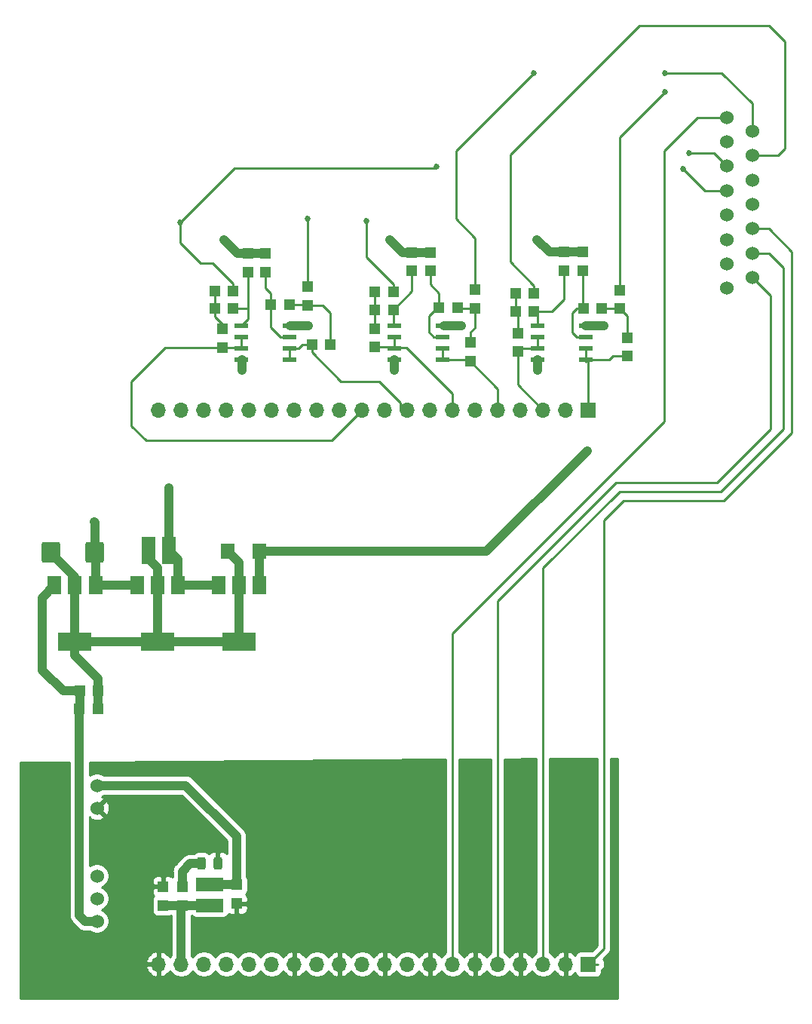
<source format=gbr>
%TF.GenerationSoftware,KiCad,Pcbnew,(5.1.8-0-10_14)*%
%TF.CreationDate,2021-04-23T13:19:29-04:00*%
%TF.ProjectId,Data Collection Shield for Chest Strap Assembly,44617461-2043-46f6-9c6c-656374696f6e,rev?*%
%TF.SameCoordinates,Original*%
%TF.FileFunction,Copper,L1,Top*%
%TF.FilePolarity,Positive*%
%FSLAX46Y46*%
G04 Gerber Fmt 4.6, Leading zero omitted, Abs format (unit mm)*
G04 Created by KiCad (PCBNEW (5.1.8-0-10_14)) date 2021-04-23 13:19:29*
%MOMM*%
%LPD*%
G01*
G04 APERTURE LIST*
%TA.AperFunction,ComponentPad*%
%ADD10C,1.524000*%
%TD*%
%TA.AperFunction,SMDPad,CuDef*%
%ADD11R,3.800000X2.000000*%
%TD*%
%TA.AperFunction,SMDPad,CuDef*%
%ADD12R,1.500000X2.000000*%
%TD*%
%TA.AperFunction,ComponentPad*%
%ADD13O,1.700000X1.700000*%
%TD*%
%TA.AperFunction,ComponentPad*%
%ADD14R,1.700000X1.700000*%
%TD*%
%TA.AperFunction,SMDPad,CuDef*%
%ADD15R,1.549400X0.609600*%
%TD*%
%TA.AperFunction,SMDPad,CuDef*%
%ADD16R,1.200000X1.200000*%
%TD*%
%TA.AperFunction,SMDPad,CuDef*%
%ADD17R,1.520000X3.050000*%
%TD*%
%TA.AperFunction,SMDPad,CuDef*%
%ADD18R,1.500000X1.800000*%
%TD*%
%TA.AperFunction,SMDPad,CuDef*%
%ADD19R,3.050000X1.520000*%
%TD*%
%TA.AperFunction,ViaPad*%
%ADD20C,0.685000*%
%TD*%
%TA.AperFunction,ViaPad*%
%ADD21C,0.800000*%
%TD*%
%TA.AperFunction,Conductor*%
%ADD22C,1.000000*%
%TD*%
%TA.AperFunction,Conductor*%
%ADD23C,0.250000*%
%TD*%
%TA.AperFunction,Conductor*%
%ADD24C,0.254000*%
%TD*%
%TA.AperFunction,Conductor*%
%ADD25C,0.100000*%
%TD*%
G04 APERTURE END LIST*
D10*
%TO.P,J1,15*%
%TO.N,SIG_IN2*%
X177926000Y-49981000D03*
%TO.P,J1,14*%
%TO.N,SIG_IN1*%
X177926000Y-52721000D03*
%TO.P,J1,13*%
%TO.N,SIG_IN0*%
X177926000Y-55461000D03*
%TO.P,J1,12*%
%TO.N,CH6*%
X177926000Y-58201000D03*
%TO.P,J1,11*%
%TO.N,FLEX_SCL*%
X177926000Y-60941000D03*
%TO.P,J1,10*%
%TO.N,FLEX_SDA*%
X177926000Y-63681000D03*
%TO.P,J1,9*%
%TO.N,FLEX_nDRDY*%
X177926000Y-66421000D03*
%TO.P,J1,8*%
%TO.N,FLEX_nRST*%
X175086000Y-48449000D03*
%TO.P,J1,7*%
%TO.N,SIG_IN3*%
X175086000Y-51189000D03*
%TO.P,J1,6*%
%TO.N,SIG_IN4*%
X175086000Y-53929000D03*
%TO.P,J1,5*%
%TO.N,SIG_IN5*%
X175086000Y-56669000D03*
%TO.P,J1,4*%
%TO.N,10V*%
X175086000Y-59409000D03*
%TO.P,J1,3*%
%TO.N,5V*%
X175086000Y-62149000D03*
%TO.P,J1,2*%
%TO.N,3.3V*%
X175086000Y-64889000D03*
%TO.P,J1,1*%
%TO.N,AGND*%
X175086000Y-67629000D03*
%TD*%
%TO.P,D1,2*%
%TO.N,Net-(D1-Pad2)*%
%TA.AperFunction,SMDPad,CuDef*%
G36*
G01*
X116517000Y-131750750D02*
X116517000Y-132663250D01*
G75*
G02*
X116273250Y-132907000I-243750J0D01*
G01*
X115785750Y-132907000D01*
G75*
G02*
X115542000Y-132663250I0J243750D01*
G01*
X115542000Y-131750750D01*
G75*
G02*
X115785750Y-131507000I243750J0D01*
G01*
X116273250Y-131507000D01*
G75*
G02*
X116517000Y-131750750I0J-243750D01*
G01*
G37*
%TD.AperFunction*%
%TO.P,D1,1*%
%TO.N,DGND*%
%TA.AperFunction,SMDPad,CuDef*%
G36*
G01*
X118392000Y-131750750D02*
X118392000Y-132663250D01*
G75*
G02*
X118148250Y-132907000I-243750J0D01*
G01*
X117660750Y-132907000D01*
G75*
G02*
X117417000Y-132663250I0J243750D01*
G01*
X117417000Y-131750750D01*
G75*
G02*
X117660750Y-131507000I243750J0D01*
G01*
X118148250Y-131507000D01*
G75*
G02*
X118392000Y-131750750I0J-243750D01*
G01*
G37*
%TD.AperFunction*%
%TD*%
D11*
%TO.P,U9,2*%
%TO.N,AGND*%
X120269000Y-107290000D03*
D12*
X120269000Y-100990000D03*
%TO.P,U9,3*%
%TO.N,5V*%
X117969000Y-100990000D03*
%TO.P,U9,1*%
%TO.N,3.3V*%
X122569000Y-100990000D03*
%TD*%
D10*
%TO.P,U3,5*%
%TO.N,Net-(C13-Pad1)*%
X104316000Y-138684000D03*
%TO.P,U3,3*%
%TO.N,Net-(U3-Pad3)*%
X104316000Y-136144000D03*
%TO.P,U3,4*%
%TO.N,AGND*%
X104316000Y-133604000D03*
%TO.P,U3,2*%
%TO.N,DGND*%
X104316000Y-125984000D03*
%TO.P,U3,1*%
%TO.N,Net-(C8-Pad1)*%
X104316000Y-123444000D03*
%TD*%
D13*
%TO.P,U8,20*%
%TO.N,DGND*%
X111252000Y-143510000D03*
%TO.P,U8,19*%
%TO.N,5V_IN*%
X113792000Y-143510000D03*
%TO.P,U8,18*%
%TO.N,Net-(U8-Pad18)*%
X116332000Y-143510000D03*
%TO.P,U8,17*%
%TO.N,Net-(U8-Pad17)*%
X118872000Y-143510000D03*
%TO.P,U8,16*%
%TO.N,Net-(U8-Pad16)*%
X121412000Y-143510000D03*
%TO.P,U8,15*%
%TO.N,Net-(U8-Pad15)*%
X123952000Y-143510000D03*
%TO.P,U8,14*%
%TO.N,DGND*%
X126492000Y-143510000D03*
%TO.P,U8,13*%
%TO.N,Net-(U8-Pad13)*%
X129032000Y-143510000D03*
%TO.P,U8,12*%
%TO.N,DGND*%
X131572000Y-143510000D03*
%TO.P,U8,11*%
%TO.N,Net-(U8-Pad11)*%
X134112000Y-143510000D03*
%TO.P,U8,10*%
%TO.N,DGND*%
X136652000Y-143510000D03*
%TO.P,U8,9*%
%TO.N,Net-(U8-Pad9)*%
X139192000Y-143510000D03*
%TO.P,U8,8*%
%TO.N,DGND*%
X141732000Y-143510000D03*
%TO.P,U8,7*%
%TO.N,FLEX_nRST*%
X144272000Y-143510000D03*
%TO.P,U8,6*%
%TO.N,DGND*%
X146812000Y-143510000D03*
%TO.P,U8,5*%
%TO.N,FLEX_nDRDY*%
X149352000Y-143510000D03*
%TO.P,U8,4*%
%TO.N,DGND*%
X151892000Y-143510000D03*
%TO.P,U8,3*%
%TO.N,FLEX_SDA*%
X154432000Y-143510000D03*
%TO.P,U8,2*%
%TO.N,DGND*%
X156972000Y-143510000D03*
D14*
%TO.P,U8,1*%
%TO.N,FLEX_SCL*%
X159512000Y-143510000D03*
%TD*%
D15*
%TO.P,U1,4*%
%TO.N,AGND*%
X159219900Y-71818500D03*
%TO.P,U1,3*%
%TO.N,Net-(C5-Pad1)*%
X159219900Y-73088500D03*
%TO.P,U1,2*%
%TO.N,CH0*%
X159219900Y-74358500D03*
%TO.P,U1,1*%
X159219900Y-75628500D03*
%TO.P,U1,5*%
%TO.N,Net-(C6-Pad1)*%
X153809700Y-71818500D03*
%TO.P,U1,6*%
%TO.N,CH1*%
X153809700Y-73088500D03*
%TO.P,U1,8*%
%TO.N,10V*%
X153809700Y-75628500D03*
%TO.P,U1,7*%
%TO.N,CH1*%
X153809700Y-74358500D03*
%TD*%
%TO.P,U2,4*%
%TO.N,AGND*%
X143167100Y-71818500D03*
%TO.P,U2,3*%
%TO.N,Net-(C7-Pad1)*%
X143167100Y-73088500D03*
%TO.P,U2,2*%
%TO.N,CH2*%
X143167100Y-74358500D03*
%TO.P,U2,1*%
X143167100Y-75628500D03*
%TO.P,U2,5*%
%TO.N,Net-(C14-Pad1)*%
X137756900Y-71818500D03*
%TO.P,U2,6*%
%TO.N,CH3*%
X137756900Y-73088500D03*
%TO.P,U2,8*%
%TO.N,10V*%
X137756900Y-75628500D03*
%TO.P,U2,7*%
%TO.N,CH3*%
X137756900Y-74358500D03*
%TD*%
D16*
%TO.P,C1,1*%
%TO.N,5V_IN*%
X111760000Y-136908000D03*
%TO.P,C1,2*%
%TO.N,DGND*%
X111760000Y-134808000D03*
%TD*%
%TO.P,C2,2*%
%TO.N,Net-(C2-Pad2)*%
X163893500Y-73152000D03*
%TO.P,C2,1*%
%TO.N,CH0*%
X163893500Y-75252000D03*
%TD*%
%TO.P,C3,2*%
%TO.N,Net-(C3-Pad2)*%
X151574500Y-72644000D03*
%TO.P,C3,1*%
%TO.N,CH1*%
X151574500Y-74744000D03*
%TD*%
%TO.P,C4,2*%
%TO.N,Net-(C4-Pad2)*%
X146240500Y-73723500D03*
%TO.P,C4,1*%
%TO.N,CH2*%
X146240500Y-75823500D03*
%TD*%
%TO.P,C5,2*%
%TO.N,5V*%
X158877000Y-63559000D03*
%TO.P,C5,1*%
%TO.N,Net-(C5-Pad1)*%
X158877000Y-65659000D03*
%TD*%
%TO.P,C6,2*%
%TO.N,5V*%
X156781500Y-63563500D03*
%TO.P,C6,1*%
%TO.N,Net-(C6-Pad1)*%
X156781500Y-65663500D03*
%TD*%
%TO.P,C7,2*%
%TO.N,5V*%
X141766000Y-63593000D03*
%TO.P,C7,1*%
%TO.N,Net-(C7-Pad1)*%
X141766000Y-65693000D03*
%TD*%
%TO.P,C8,1*%
%TO.N,Net-(C8-Pad1)*%
X120015000Y-134618000D03*
%TO.P,C8,2*%
%TO.N,DGND*%
X120015000Y-136718000D03*
%TD*%
%TO.P,C9,2*%
%TO.N,AGND*%
X104443000Y-114871500D03*
%TO.P,C9,1*%
%TO.N,Net-(C13-Pad1)*%
X102343000Y-114871500D03*
%TD*%
%TO.P,C10,2*%
%TO.N,Net-(C10-Pad2)*%
X135509000Y-72136000D03*
%TO.P,C10,1*%
%TO.N,CH3*%
X135509000Y-74236000D03*
%TD*%
%TO.P,C11,2*%
%TO.N,Net-(C11-Pad2)*%
X130556000Y-73977500D03*
%TO.P,C11,1*%
%TO.N,CH4*%
X128456000Y-73977500D03*
%TD*%
%TO.P,C12,2*%
%TO.N,Net-(C12-Pad2)*%
X118427500Y-72199500D03*
%TO.P,C12,1*%
%TO.N,CH5*%
X118427500Y-74299500D03*
%TD*%
%TO.P,C13,2*%
%TO.N,AGND*%
X104472500Y-112839500D03*
%TO.P,C13,1*%
%TO.N,Net-(C13-Pad1)*%
X102372500Y-112839500D03*
%TD*%
%TO.P,C14,2*%
%TO.N,5V*%
X139700000Y-63593000D03*
%TO.P,C14,1*%
%TO.N,Net-(C14-Pad1)*%
X139700000Y-65693000D03*
%TD*%
%TO.P,C15,2*%
%TO.N,5V*%
X123253500Y-63686000D03*
%TO.P,C15,1*%
%TO.N,Net-(C15-Pad1)*%
X123253500Y-65786000D03*
%TD*%
%TO.P,C16,2*%
%TO.N,5V*%
X121285000Y-63690500D03*
%TO.P,C16,1*%
%TO.N,Net-(C16-Pad1)*%
X121285000Y-65790500D03*
%TD*%
%TO.P,C17,1*%
%TO.N,10V*%
%TA.AperFunction,SMDPad,CuDef*%
G36*
G01*
X105100000Y-96357000D02*
X105100000Y-98207000D01*
G75*
G02*
X104850000Y-98457000I-250000J0D01*
G01*
X103275000Y-98457000D01*
G75*
G02*
X103025000Y-98207000I0J250000D01*
G01*
X103025000Y-96357000D01*
G75*
G02*
X103275000Y-96107000I250000J0D01*
G01*
X104850000Y-96107000D01*
G75*
G02*
X105100000Y-96357000I0J-250000D01*
G01*
G37*
%TD.AperFunction*%
%TO.P,C17,2*%
%TO.N,AGND*%
%TA.AperFunction,SMDPad,CuDef*%
G36*
G01*
X100175000Y-96357000D02*
X100175000Y-98207000D01*
G75*
G02*
X99925000Y-98457000I-250000J0D01*
G01*
X98350000Y-98457000D01*
G75*
G02*
X98100000Y-98207000I0J250000D01*
G01*
X98100000Y-96357000D01*
G75*
G02*
X98350000Y-96107000I250000J0D01*
G01*
X99925000Y-96107000D01*
G75*
G02*
X100175000Y-96357000I0J-250000D01*
G01*
G37*
%TD.AperFunction*%
%TD*%
D17*
%TO.P,C18,1*%
%TO.N,5V*%
X112397000Y-97028000D03*
%TO.P,C18,2*%
%TO.N,AGND*%
X110107000Y-97028000D03*
%TD*%
D18*
%TO.P,C19,1*%
%TO.N,3.3V*%
X122577000Y-97155000D03*
%TO.P,C19,2*%
%TO.N,AGND*%
X118977000Y-97155000D03*
%TD*%
D19*
%TO.P,L1,2*%
%TO.N,Net-(C8-Pad1)*%
X116967000Y-134618000D03*
%TO.P,L1,1*%
%TO.N,5V_IN*%
X116967000Y-136908000D03*
%TD*%
D16*
%TO.P,R1,2*%
%TO.N,SIG_IN0*%
X163068000Y-67818000D03*
%TO.P,R1,1*%
%TO.N,Net-(C2-Pad2)*%
X163068000Y-69918000D03*
%TD*%
%TO.P,R2,2*%
%TO.N,SIG_IN1*%
X153416000Y-68199000D03*
%TO.P,R2,1*%
%TO.N,Net-(C3-Pad2)*%
X151316000Y-68199000D03*
%TD*%
%TO.P,R3,2*%
%TO.N,SIG_IN2*%
X146812000Y-67750000D03*
%TO.P,R3,1*%
%TO.N,Net-(C4-Pad2)*%
X146812000Y-69850000D03*
%TD*%
%TO.P,R4,1*%
%TO.N,5V_IN*%
X113919000Y-136908000D03*
%TO.P,R4,2*%
%TO.N,Net-(D1-Pad2)*%
X113919000Y-134808000D03*
%TD*%
%TO.P,R5,2*%
%TO.N,Net-(C2-Pad2)*%
X161036000Y-69850000D03*
%TO.P,R5,1*%
%TO.N,Net-(C5-Pad1)*%
X158936000Y-69850000D03*
%TD*%
%TO.P,R6,2*%
%TO.N,Net-(C3-Pad2)*%
X151316000Y-70231000D03*
%TO.P,R6,1*%
%TO.N,Net-(C6-Pad1)*%
X153416000Y-70231000D03*
%TD*%
%TO.P,R7,2*%
%TO.N,Net-(C4-Pad2)*%
X144843500Y-69786500D03*
%TO.P,R7,1*%
%TO.N,Net-(C7-Pad1)*%
X142743500Y-69786500D03*
%TD*%
%TO.P,R8,2*%
%TO.N,SIG_IN3*%
X137604500Y-68008500D03*
%TO.P,R8,1*%
%TO.N,Net-(C10-Pad2)*%
X135504500Y-68008500D03*
%TD*%
%TO.P,R9,2*%
%TO.N,SIG_IN4*%
X127952500Y-67437000D03*
%TO.P,R9,1*%
%TO.N,Net-(C11-Pad2)*%
X127952500Y-69537000D03*
%TD*%
%TO.P,R10,2*%
%TO.N,SIG_IN5*%
X119634000Y-67945000D03*
%TO.P,R10,1*%
%TO.N,Net-(C12-Pad2)*%
X117534000Y-67945000D03*
%TD*%
%TO.P,R11,2*%
%TO.N,Net-(C10-Pad2)*%
X135504500Y-70040500D03*
%TO.P,R11,1*%
%TO.N,Net-(C14-Pad1)*%
X137604500Y-70040500D03*
%TD*%
%TO.P,R12,2*%
%TO.N,Net-(C11-Pad2)*%
X125954500Y-69503000D03*
%TO.P,R12,1*%
%TO.N,Net-(C15-Pad1)*%
X123854500Y-69503000D03*
%TD*%
%TO.P,R13,2*%
%TO.N,Net-(C12-Pad2)*%
X117534000Y-69913500D03*
%TO.P,R13,1*%
%TO.N,Net-(C16-Pad1)*%
X119634000Y-69913500D03*
%TD*%
D15*
%TO.P,U4,4*%
%TO.N,AGND*%
X125971300Y-71818500D03*
%TO.P,U4,3*%
%TO.N,Net-(C15-Pad1)*%
X125971300Y-73088500D03*
%TO.P,U4,2*%
%TO.N,CH4*%
X125971300Y-74358500D03*
%TO.P,U4,1*%
X125971300Y-75628500D03*
%TO.P,U4,5*%
%TO.N,Net-(C16-Pad1)*%
X120561100Y-71818500D03*
%TO.P,U4,6*%
%TO.N,CH5*%
X120561100Y-73088500D03*
%TO.P,U4,8*%
%TO.N,10V*%
X120561100Y-75628500D03*
%TO.P,U4,7*%
%TO.N,CH5*%
X120561100Y-74358500D03*
%TD*%
D11*
%TO.P,U5,2*%
%TO.N,AGND*%
X101854000Y-107290000D03*
D12*
X101854000Y-100990000D03*
%TO.P,U5,3*%
%TO.N,Net-(C13-Pad1)*%
X99554000Y-100990000D03*
%TO.P,U5,1*%
%TO.N,10V*%
X104154000Y-100990000D03*
%TD*%
D11*
%TO.P,U6,2*%
%TO.N,AGND*%
X111125000Y-107290000D03*
D12*
X111125000Y-100990000D03*
%TO.P,U6,3*%
%TO.N,10V*%
X108825000Y-100990000D03*
%TO.P,U6,1*%
%TO.N,5V*%
X113425000Y-100990000D03*
%TD*%
D13*
%TO.P,U10,20*%
%TO.N,AGND*%
X111252000Y-81280000D03*
%TO.P,U10,19*%
X113792000Y-81280000D03*
%TO.P,U10,18*%
X116332000Y-81280000D03*
%TO.P,U10,17*%
%TO.N,Net-(U10-Pad17)*%
X118872000Y-81280000D03*
%TO.P,U10,16*%
%TO.N,AGND*%
X121412000Y-81280000D03*
%TO.P,U10,15*%
%TO.N,Net-(U10-Pad15)*%
X123952000Y-81280000D03*
%TO.P,U10,14*%
%TO.N,AGND*%
X126492000Y-81280000D03*
%TO.P,U10,13*%
%TO.N,CH6*%
X129032000Y-81280000D03*
%TO.P,U10,12*%
%TO.N,AGND*%
X131572000Y-81280000D03*
%TO.P,U10,11*%
%TO.N,CH5*%
X134112000Y-81280000D03*
%TO.P,U10,10*%
%TO.N,AGND*%
X136652000Y-81280000D03*
%TO.P,U10,9*%
%TO.N,CH4*%
X139192000Y-81280000D03*
%TO.P,U10,8*%
%TO.N,AGND*%
X141732000Y-81280000D03*
%TO.P,U10,7*%
%TO.N,CH3*%
X144272000Y-81280000D03*
%TO.P,U10,6*%
%TO.N,AGND*%
X146812000Y-81280000D03*
%TO.P,U10,5*%
%TO.N,CH2*%
X149352000Y-81280000D03*
%TO.P,U10,4*%
%TO.N,AGND*%
X151892000Y-81280000D03*
%TO.P,U10,3*%
%TO.N,CH1*%
X154432000Y-81280000D03*
%TO.P,U10,2*%
%TO.N,AGND*%
X156972000Y-81280000D03*
D14*
%TO.P,U10,1*%
%TO.N,CH0*%
X159512000Y-81280000D03*
%TD*%
D20*
%TO.N,5V*%
X112395000Y-90043000D03*
X153716000Y-62149000D03*
X137241000Y-62149000D03*
X118572000Y-62149000D03*
D21*
%TO.N,AGND*%
X120269000Y-104013000D03*
D20*
X128079500Y-71818500D03*
X145288000Y-71818500D03*
X161226500Y-71818500D03*
%TO.N,10V*%
X104013000Y-93853000D03*
X120599200Y-76847700D03*
X137744200Y-76847700D03*
X153809700Y-76847700D03*
%TO.N,3.3V*%
X159385000Y-85852000D03*
%TO.N,SIG_IN0*%
X168148000Y-45593000D03*
%TO.N,SIG_IN2*%
X168148000Y-43434000D03*
X153416000Y-43434000D03*
%TO.N,SIG_IN3*%
X134620000Y-60071000D03*
%TO.N,SIG_IN4*%
X128016000Y-59817000D03*
X170815000Y-52451000D03*
%TO.N,SIG_IN5*%
X113665000Y-60198000D03*
X142494000Y-53975000D03*
X170180000Y-54229000D03*
%TD*%
D22*
%TO.N,5V_IN*%
X116967000Y-136908000D02*
X111760000Y-136908000D01*
X113792000Y-137035000D02*
X113919000Y-136908000D01*
X113792000Y-143510000D02*
X113792000Y-137035000D01*
D23*
%TO.N,Net-(C2-Pad2)*%
X163000000Y-69850000D02*
X163068000Y-69918000D01*
X161036000Y-69850000D02*
X163000000Y-69850000D01*
X163893500Y-70743500D02*
X163068000Y-69918000D01*
X163893500Y-73152000D02*
X163893500Y-70743500D01*
%TO.N,CH0*%
X159219900Y-74358500D02*
X159219900Y-75907900D01*
X159219900Y-75628500D02*
X161861500Y-75628500D01*
X162238000Y-75252000D02*
X163893500Y-75252000D01*
X161861500Y-75628500D02*
X162238000Y-75252000D01*
X159512000Y-75920600D02*
X159219900Y-75628500D01*
X159512000Y-81280000D02*
X159512000Y-75920600D01*
%TO.N,Net-(C3-Pad2)*%
X151316000Y-70231000D02*
X151316000Y-68199000D01*
X151574500Y-70489500D02*
X151316000Y-70231000D01*
X151574500Y-72644000D02*
X151574500Y-70489500D01*
%TO.N,CH1*%
X153809700Y-73088500D02*
X153809700Y-74358500D01*
X151960000Y-74358500D02*
X151574500Y-74744000D01*
X153809700Y-74358500D02*
X151960000Y-74358500D01*
X151574500Y-78422500D02*
X151574500Y-74744000D01*
X154432000Y-81280000D02*
X151574500Y-78422500D01*
%TO.N,Net-(C4-Pad2)*%
X144907000Y-69850000D02*
X144843500Y-69786500D01*
X146812000Y-69850000D02*
X144907000Y-69850000D01*
X146240500Y-73723500D02*
X146240500Y-72580500D01*
X146812000Y-72009000D02*
X146812000Y-69850000D01*
X146240500Y-72580500D02*
X146812000Y-72009000D01*
%TO.N,CH2*%
X143167100Y-74358500D02*
X143167100Y-75628500D01*
X146240500Y-75823500D02*
X146240500Y-75946000D01*
X146045500Y-75628500D02*
X146240500Y-75823500D01*
X143167100Y-75628500D02*
X146045500Y-75628500D01*
X149352000Y-78935000D02*
X146240500Y-75823500D01*
X149352000Y-81280000D02*
X149352000Y-78935000D01*
%TO.N,Net-(C5-Pad1)*%
X158936000Y-69850000D02*
X158242000Y-69850000D01*
X158242000Y-69850000D02*
X157734000Y-70358000D01*
X158195200Y-73088500D02*
X159219900Y-73088500D01*
X157734000Y-72627300D02*
X158195200Y-73088500D01*
X157734000Y-70358000D02*
X157734000Y-72627300D01*
X158877000Y-69791000D02*
X158936000Y-69850000D01*
X158877000Y-65659000D02*
X158877000Y-69791000D01*
D22*
%TO.N,5V*%
X156786000Y-63559000D02*
X156781500Y-63563500D01*
X139700000Y-63593000D02*
X141766000Y-63593000D01*
X123249000Y-63690500D02*
X123253500Y-63686000D01*
X121285000Y-63690500D02*
X123249000Y-63690500D01*
X113425000Y-98056000D02*
X112397000Y-97028000D01*
X113425000Y-100990000D02*
X113425000Y-98056000D01*
X113425000Y-100990000D02*
X117969000Y-100990000D01*
X158877000Y-63559000D02*
X156786000Y-63559000D01*
X112395000Y-97026000D02*
X112397000Y-97028000D01*
X112395000Y-90043000D02*
X112395000Y-97026000D01*
X155130500Y-63563500D02*
X153716000Y-62149000D01*
X156781500Y-63563500D02*
X155130500Y-63563500D01*
X139700000Y-63593000D02*
X138685000Y-63593000D01*
X138685000Y-63593000D02*
X137241000Y-62149000D01*
X120113500Y-63690500D02*
X118572000Y-62149000D01*
X121285000Y-63690500D02*
X120113500Y-63690500D01*
D23*
%TO.N,Net-(C6-Pad1)*%
X153809700Y-70624700D02*
X153416000Y-70231000D01*
X153809700Y-71818500D02*
X153809700Y-70624700D01*
X156781500Y-65663500D02*
X156781500Y-68834000D01*
X155384500Y-70231000D02*
X153416000Y-70231000D01*
X156781500Y-68834000D02*
X155384500Y-70231000D01*
%TO.N,Net-(C7-Pad1)*%
X142743500Y-69786500D02*
X142557500Y-69786500D01*
X142557500Y-69786500D02*
X141605000Y-70739000D01*
X142142400Y-73088500D02*
X143167100Y-73088500D01*
X141605000Y-72551100D02*
X142142400Y-73088500D01*
X141605000Y-70739000D02*
X141605000Y-72551100D01*
X141766000Y-65693000D02*
X141766000Y-67217000D01*
X142743500Y-68194500D02*
X142743500Y-69786500D01*
X141766000Y-67217000D02*
X142743500Y-68194500D01*
D22*
%TO.N,Net-(C8-Pad1)*%
X116967000Y-134618000D02*
X120015000Y-134618000D01*
X104316000Y-123444000D02*
X114300000Y-123444000D01*
X120015000Y-129159000D02*
X120015000Y-134618000D01*
X114300000Y-123444000D02*
X120015000Y-129159000D01*
%TO.N,Net-(C13-Pad1)*%
X102372500Y-114842000D02*
X102343000Y-114871500D01*
X102372500Y-112839500D02*
X102372500Y-114842000D01*
X102343000Y-114871500D02*
X102343000Y-138030000D01*
X102997000Y-138684000D02*
X102343000Y-138030000D01*
X104316000Y-138684000D02*
X102997000Y-138684000D01*
X99554000Y-100990000D02*
X98171000Y-102373000D01*
X98171000Y-102373000D02*
X98171000Y-110490000D01*
X100520500Y-112839500D02*
X102372500Y-112839500D01*
X98171000Y-110490000D02*
X100520500Y-112839500D01*
%TO.N,AGND*%
X126072900Y-71818500D02*
X128079500Y-71818500D01*
X143281400Y-71818500D02*
X145288000Y-71818500D01*
X159219900Y-71818500D02*
X161226500Y-71818500D01*
X101854000Y-107290000D02*
X101854000Y-103886000D01*
X101854000Y-103886000D02*
X101854000Y-100990000D01*
X111125000Y-100990000D02*
X111125000Y-104013000D01*
X111125000Y-104013000D02*
X111125000Y-107290000D01*
X120269000Y-100990000D02*
X120269000Y-104013000D01*
X120269000Y-104013000D02*
X120269000Y-107290000D01*
X120269000Y-98447000D02*
X120269000Y-100990000D01*
X118977000Y-97155000D02*
X120269000Y-98447000D01*
X110107000Y-97972000D02*
X110107000Y-97028000D01*
X111125000Y-98990000D02*
X110107000Y-97972000D01*
X111125000Y-100990000D02*
X111125000Y-98990000D01*
X101854000Y-99998500D02*
X101854000Y-100990000D01*
X99137500Y-97282000D02*
X101854000Y-99998500D01*
X120269000Y-107290000D02*
X101854000Y-107290000D01*
X104443000Y-112869000D02*
X104472500Y-112839500D01*
X104443000Y-114871500D02*
X104443000Y-112869000D01*
X104472500Y-112839500D02*
X104472500Y-111457500D01*
X101854000Y-108839000D02*
X101854000Y-107290000D01*
X104472500Y-111457500D02*
X101854000Y-108839000D01*
X128079500Y-71818500D02*
X128079500Y-71818500D01*
X145288000Y-71818500D02*
X145288000Y-71818500D01*
X161226500Y-71818500D02*
X161226500Y-71818500D01*
D23*
%TO.N,Net-(C10-Pad2)*%
X135504500Y-70040500D02*
X135504500Y-68008500D01*
X135509000Y-70045000D02*
X135504500Y-70040500D01*
X135509000Y-72136000D02*
X135509000Y-70045000D01*
%TO.N,CH3*%
X137756900Y-73088500D02*
X137756900Y-74358500D01*
X137634400Y-74236000D02*
X137756900Y-74358500D01*
X135509000Y-74236000D02*
X137634400Y-74236000D01*
X139036392Y-74253490D02*
X137756900Y-74253490D01*
X144272000Y-79489098D02*
X139036392Y-74253490D01*
X144272000Y-81280000D02*
X144272000Y-79489098D01*
%TO.N,Net-(C11-Pad2)*%
X127918500Y-69503000D02*
X127952500Y-69537000D01*
X125954500Y-69503000D02*
X127918500Y-69503000D01*
X130556000Y-73977500D02*
X130556000Y-70421500D01*
X129671500Y-69537000D02*
X127952500Y-69537000D01*
X130556000Y-70421500D02*
X129671500Y-69537000D01*
%TO.N,CH4*%
X125971300Y-74358500D02*
X125971300Y-75628500D01*
X125971300Y-74358500D02*
X127000000Y-74358500D01*
X127381000Y-73977500D02*
X128456000Y-73977500D01*
X127000000Y-74358500D02*
X127381000Y-73977500D01*
X138377001Y-80451999D02*
X136030002Y-78105000D01*
X138377001Y-81100001D02*
X138377001Y-80451999D01*
X138557000Y-81280000D02*
X138377001Y-81100001D01*
X139192000Y-81280000D02*
X138557000Y-81280000D01*
X131733500Y-78105000D02*
X128456000Y-74827500D01*
X128456000Y-74827500D02*
X128456000Y-73977500D01*
X136030002Y-78105000D02*
X131733500Y-78105000D01*
%TO.N,CH5*%
X120561100Y-73088500D02*
X120561100Y-74358500D01*
X120502100Y-74299500D02*
X120561100Y-74358500D01*
X118427500Y-74299500D02*
X120502100Y-74299500D01*
X134112000Y-81280000D02*
X130683000Y-84709000D01*
X130683000Y-84709000D02*
X109855000Y-84709000D01*
X109855000Y-84709000D02*
X108204000Y-83058000D01*
X108204000Y-83058000D02*
X108204000Y-78105000D01*
X112009500Y-74299500D02*
X118427500Y-74299500D01*
X108204000Y-78105000D02*
X112009500Y-74299500D01*
%TO.N,Net-(C12-Pad2)*%
X118427500Y-72199500D02*
X118427500Y-71691500D01*
X117534000Y-70798000D02*
X117534000Y-69913500D01*
X118427500Y-71691500D02*
X117534000Y-70798000D01*
X117534000Y-69913500D02*
X117534000Y-67945000D01*
%TO.N,Net-(C14-Pad1)*%
X137604500Y-71666100D02*
X137756900Y-71818500D01*
X137604500Y-70040500D02*
X137604500Y-71666100D01*
X139700000Y-67945000D02*
X137604500Y-70040500D01*
X139700000Y-65693000D02*
X139700000Y-67945000D01*
%TO.N,Net-(C15-Pad1)*%
X124946600Y-73088500D02*
X123854500Y-71996400D01*
X123854500Y-71996400D02*
X123854500Y-69503000D01*
X125971300Y-73088500D02*
X124946600Y-73088500D01*
X123854500Y-69503000D02*
X123854500Y-68228500D01*
X123253500Y-67627500D02*
X123253500Y-65786000D01*
X123854500Y-68228500D02*
X123253500Y-67627500D01*
%TO.N,Net-(C16-Pad1)*%
X121285000Y-71094600D02*
X120561100Y-71818500D01*
X121221500Y-69913500D02*
X121285000Y-69850000D01*
X119634000Y-69913500D02*
X121221500Y-69913500D01*
X121285000Y-69850000D02*
X121285000Y-71094600D01*
X121285000Y-65790500D02*
X121285000Y-69850000D01*
D22*
%TO.N,10V*%
X120599200Y-75628500D02*
X120599200Y-76847700D01*
X137744200Y-75628500D02*
X137744200Y-76847700D01*
X153809700Y-75628500D02*
X153809700Y-76847700D01*
X137744200Y-76847700D02*
X137744200Y-76847700D01*
X104154000Y-100990000D02*
X104154000Y-97373500D01*
X104154000Y-100990000D02*
X108825000Y-100990000D01*
X104062500Y-93902500D02*
X104013000Y-93853000D01*
X104062500Y-97282000D02*
X104062500Y-93902500D01*
X120599200Y-76847700D02*
X120599200Y-76847700D01*
X137744200Y-76847700D02*
X137744200Y-76847700D01*
X153809700Y-76847700D02*
X153809700Y-76847700D01*
%TO.N,3.3V*%
X122569000Y-100990000D02*
X122569000Y-97163000D01*
X122577000Y-97155000D02*
X148082000Y-97155000D01*
X148082000Y-97155000D02*
X159385000Y-85852000D01*
%TO.N,Net-(D1-Pad2)*%
X113919000Y-134808000D02*
X113919000Y-133096000D01*
X114808000Y-132207000D02*
X116029500Y-132207000D01*
X113919000Y-133096000D02*
X114808000Y-132207000D01*
D23*
%TO.N,SIG_IN0*%
X163068000Y-67818000D02*
X163068000Y-59182000D01*
X163068000Y-50673000D02*
X168148000Y-45593000D01*
X163068000Y-59182000D02*
X163068000Y-50673000D01*
%TO.N,SIG_IN1*%
X153543000Y-68072000D02*
X153416000Y-68199000D01*
X150749000Y-64682000D02*
X150749000Y-59690000D01*
X153416000Y-67349000D02*
X150749000Y-64682000D01*
X153416000Y-68199000D02*
X153416000Y-67349000D01*
X177926000Y-52721000D02*
X179054000Y-52721000D01*
X177926000Y-52721000D02*
X180832000Y-52721000D01*
X180832000Y-52721000D02*
X181610000Y-51943000D01*
X181610000Y-51943000D02*
X181610000Y-39878000D01*
X181610000Y-39878000D02*
X179832000Y-38100000D01*
X179832000Y-38100000D02*
X165227000Y-38100000D01*
X150749000Y-52578000D02*
X150749000Y-59690000D01*
X165227000Y-38100000D02*
X150749000Y-52578000D01*
%TO.N,SIG_IN2*%
X146812000Y-67627500D02*
X146812000Y-67750000D01*
X146812000Y-61976000D02*
X144653000Y-59817000D01*
X146812000Y-67750000D02*
X146812000Y-61976000D01*
X168148000Y-43434000D02*
X174498000Y-43434000D01*
X177926000Y-46862000D02*
X177926000Y-49981000D01*
X174498000Y-43434000D02*
X177926000Y-46862000D01*
X144653000Y-59817000D02*
X144653000Y-52197000D01*
X144653000Y-52197000D02*
X153416000Y-43434000D01*
%TO.N,SIG_IN3*%
X137604500Y-67158500D02*
X134581000Y-64135000D01*
X137604500Y-68008500D02*
X137604500Y-67158500D01*
X134581000Y-60110000D02*
X134620000Y-60071000D01*
X134581000Y-64135000D02*
X134581000Y-60110000D01*
%TO.N,SIG_IN4*%
X128016000Y-67373500D02*
X127952500Y-67437000D01*
X127952500Y-59880500D02*
X128016000Y-59817000D01*
X127952500Y-67437000D02*
X127952500Y-59880500D01*
X173608000Y-52451000D02*
X175086000Y-53929000D01*
X170815000Y-52451000D02*
X173608000Y-52451000D01*
%TO.N,SIG_IN5*%
X119634000Y-67095000D02*
X117309000Y-64770000D01*
X119634000Y-67945000D02*
X119634000Y-67095000D01*
X117309000Y-64770000D02*
X115951000Y-64770000D01*
X113665000Y-62484000D02*
X113665000Y-60198000D01*
X115951000Y-64770000D02*
X113665000Y-62484000D01*
X113665000Y-60198000D02*
X119761000Y-54102000D01*
X142367000Y-54102000D02*
X142494000Y-53975000D01*
X119761000Y-54102000D02*
X142367000Y-54102000D01*
X172620000Y-56669000D02*
X175086000Y-56669000D01*
X170180000Y-54229000D02*
X172620000Y-56669000D01*
%TO.N,FLEX_nDRDY*%
X149352000Y-102708547D02*
X149352000Y-143510000D01*
X173923568Y-89439980D02*
X162620567Y-89439980D01*
X162620567Y-89439980D02*
X149352000Y-102708547D01*
X179959000Y-68454000D02*
X179959000Y-83404548D01*
X179959000Y-83404548D02*
X173923568Y-89439980D01*
X177926000Y-66421000D02*
X179959000Y-68454000D01*
%TO.N,FLEX_SDA*%
X177926000Y-63681000D02*
X179759000Y-63681000D01*
X179759000Y-63681000D02*
X181371990Y-65293990D01*
X181371990Y-65293990D02*
X181371990Y-83405784D01*
X181371990Y-83405784D02*
X174337784Y-90439990D01*
X163034784Y-90439990D02*
X174337784Y-90439990D01*
X154432000Y-99042774D02*
X163034784Y-90439990D01*
X154432000Y-143510000D02*
X154432000Y-99042774D01*
%TO.N,FLEX_SCL*%
X159512000Y-143510000D02*
X160612000Y-143510000D01*
X161237001Y-141784999D02*
X161237001Y-93651999D01*
X159512000Y-143510000D02*
X161237001Y-141784999D01*
X161237001Y-93651999D02*
X163449000Y-91440000D01*
X163449000Y-91440000D02*
X174752000Y-91440000D01*
X174752000Y-91440000D02*
X182372000Y-83820000D01*
X182372000Y-83820000D02*
X182372000Y-63500000D01*
X179813000Y-60941000D02*
X177926000Y-60941000D01*
X182372000Y-63500000D02*
X179813000Y-60941000D01*
%TO.N,FLEX_nRST*%
X144272000Y-143510000D02*
X144272000Y-106374321D01*
X144272000Y-106374321D02*
X168021000Y-82625321D01*
X168021000Y-52197000D02*
X171769000Y-48449000D01*
X171769000Y-48449000D02*
X175086000Y-48449000D01*
X168021000Y-82625321D02*
X168021000Y-52197000D01*
%TD*%
D24*
%TO.N,DGND*%
X162774000Y-147375000D02*
X95736000Y-147375000D01*
X95736000Y-143866891D01*
X109810519Y-143866891D01*
X109907843Y-144141252D01*
X110056822Y-144391355D01*
X110251731Y-144607588D01*
X110485080Y-144781641D01*
X110747901Y-144906825D01*
X110895110Y-144951476D01*
X111125000Y-144830155D01*
X111125000Y-143637000D01*
X109931186Y-143637000D01*
X109810519Y-143866891D01*
X95736000Y-143866891D01*
X95736000Y-143153109D01*
X109810519Y-143153109D01*
X109931186Y-143383000D01*
X111125000Y-143383000D01*
X111125000Y-142189845D01*
X110895110Y-142068524D01*
X110747901Y-142113175D01*
X110485080Y-142238359D01*
X110251731Y-142412412D01*
X110056822Y-142628645D01*
X109907843Y-142878748D01*
X109810519Y-143153109D01*
X95736000Y-143153109D01*
X95736000Y-120890577D01*
X101208000Y-120851561D01*
X101208001Y-137974238D01*
X101202509Y-138030000D01*
X101224423Y-138252498D01*
X101289324Y-138466446D01*
X101289325Y-138466447D01*
X101394717Y-138663623D01*
X101536552Y-138836449D01*
X101579860Y-138871991D01*
X102155008Y-139447140D01*
X102190551Y-139490449D01*
X102233857Y-139525989D01*
X102363377Y-139632284D01*
X102560553Y-139737676D01*
X102774501Y-139802577D01*
X102997000Y-139824491D01*
X103052752Y-139819000D01*
X103500116Y-139819000D01*
X103654273Y-139922005D01*
X103908510Y-140027314D01*
X104178408Y-140081000D01*
X104453592Y-140081000D01*
X104723490Y-140027314D01*
X104977727Y-139922005D01*
X105206535Y-139769120D01*
X105401120Y-139574535D01*
X105554005Y-139345727D01*
X105659314Y-139091490D01*
X105713000Y-138821592D01*
X105713000Y-138546408D01*
X105659314Y-138276510D01*
X105554005Y-138022273D01*
X105401120Y-137793465D01*
X105206535Y-137598880D01*
X104977727Y-137445995D01*
X104900485Y-137414000D01*
X104977727Y-137382005D01*
X105206535Y-137229120D01*
X105401120Y-137034535D01*
X105554005Y-136805727D01*
X105659314Y-136551490D01*
X105713000Y-136281592D01*
X105713000Y-136006408D01*
X105659314Y-135736510D01*
X105554005Y-135482273D01*
X105401120Y-135253465D01*
X105206535Y-135058880D01*
X104977727Y-134905995D01*
X104900485Y-134874000D01*
X104977727Y-134842005D01*
X105206535Y-134689120D01*
X105401120Y-134494535D01*
X105554005Y-134265727D01*
X105577916Y-134208000D01*
X110521928Y-134208000D01*
X110525000Y-134522250D01*
X110683750Y-134681000D01*
X111633000Y-134681000D01*
X111633000Y-133731750D01*
X111474250Y-133573000D01*
X111160000Y-133569928D01*
X111035518Y-133582188D01*
X110915820Y-133618498D01*
X110805506Y-133677463D01*
X110708815Y-133756815D01*
X110629463Y-133853506D01*
X110570498Y-133963820D01*
X110534188Y-134083518D01*
X110521928Y-134208000D01*
X105577916Y-134208000D01*
X105659314Y-134011490D01*
X105713000Y-133741592D01*
X105713000Y-133466408D01*
X105659314Y-133196510D01*
X105554005Y-132942273D01*
X105401120Y-132713465D01*
X105206535Y-132518880D01*
X104977727Y-132365995D01*
X104723490Y-132260686D01*
X104453592Y-132207000D01*
X104178408Y-132207000D01*
X103908510Y-132260686D01*
X103654273Y-132365995D01*
X103478000Y-132483777D01*
X103478000Y-127001608D01*
X103530041Y-126949567D01*
X103597020Y-127189656D01*
X103846048Y-127306756D01*
X104113135Y-127373023D01*
X104388017Y-127385910D01*
X104660133Y-127344922D01*
X104919023Y-127251636D01*
X105034980Y-127189656D01*
X105101960Y-126949565D01*
X104316000Y-126163605D01*
X104301858Y-126177748D01*
X104122253Y-125998143D01*
X104136395Y-125984000D01*
X104495605Y-125984000D01*
X105281565Y-126769960D01*
X105521656Y-126702980D01*
X105638756Y-126453952D01*
X105705023Y-126186865D01*
X105717910Y-125911983D01*
X105676922Y-125639867D01*
X105583636Y-125380977D01*
X105521656Y-125265020D01*
X105281565Y-125198040D01*
X104495605Y-125984000D01*
X104136395Y-125984000D01*
X104122253Y-125969858D01*
X104301858Y-125790253D01*
X104316000Y-125804395D01*
X105101960Y-125018435D01*
X105034980Y-124778344D01*
X104899240Y-124714515D01*
X104977727Y-124682005D01*
X105131884Y-124579000D01*
X113829869Y-124579000D01*
X118880000Y-129629133D01*
X118880000Y-131100675D01*
X118843185Y-131055815D01*
X118746494Y-130976463D01*
X118636180Y-130917498D01*
X118516482Y-130881188D01*
X118392000Y-130868928D01*
X118190250Y-130872000D01*
X118031500Y-131030750D01*
X118031500Y-132080000D01*
X118051500Y-132080000D01*
X118051500Y-132334000D01*
X118031500Y-132334000D01*
X118031500Y-132354000D01*
X117777500Y-132354000D01*
X117777500Y-132334000D01*
X117757500Y-132334000D01*
X117757500Y-132080000D01*
X117777500Y-132080000D01*
X117777500Y-131030750D01*
X117618750Y-130872000D01*
X117417000Y-130868928D01*
X117292518Y-130881188D01*
X117172820Y-130917498D01*
X117062506Y-130976463D01*
X116965815Y-131055815D01*
X116902008Y-131133564D01*
X116896792Y-131127208D01*
X116763164Y-131017542D01*
X116610709Y-130936053D01*
X116445285Y-130885872D01*
X116273250Y-130868928D01*
X115785750Y-130868928D01*
X115613715Y-130885872D01*
X115448291Y-130936053D01*
X115295836Y-131017542D01*
X115229479Y-131072000D01*
X114863752Y-131072000D01*
X114808000Y-131066509D01*
X114752248Y-131072000D01*
X114585501Y-131088423D01*
X114371553Y-131153324D01*
X114174377Y-131258716D01*
X114001551Y-131400551D01*
X113966008Y-131443860D01*
X113155860Y-132254009D01*
X113112552Y-132289551D01*
X112970717Y-132462377D01*
X112940516Y-132518880D01*
X112865324Y-132659554D01*
X112800423Y-132873502D01*
X112778509Y-133096000D01*
X112784000Y-133151751D01*
X112784000Y-133734505D01*
X112714494Y-133677463D01*
X112604180Y-133618498D01*
X112484482Y-133582188D01*
X112360000Y-133569928D01*
X112045750Y-133573000D01*
X111887000Y-133731750D01*
X111887000Y-134681000D01*
X111907000Y-134681000D01*
X111907000Y-134935000D01*
X111887000Y-134935000D01*
X111887000Y-134955000D01*
X111633000Y-134955000D01*
X111633000Y-134935000D01*
X110683750Y-134935000D01*
X110525000Y-135093750D01*
X110521928Y-135408000D01*
X110534188Y-135532482D01*
X110570498Y-135652180D01*
X110629463Y-135762494D01*
X110707842Y-135858000D01*
X110629463Y-135953506D01*
X110570498Y-136063820D01*
X110534188Y-136183518D01*
X110521928Y-136308000D01*
X110521928Y-137508000D01*
X110534188Y-137632482D01*
X110570498Y-137752180D01*
X110629463Y-137862494D01*
X110708815Y-137959185D01*
X110805506Y-138038537D01*
X110915820Y-138097502D01*
X111035518Y-138133812D01*
X111160000Y-138146072D01*
X112360000Y-138146072D01*
X112484482Y-138133812D01*
X112604180Y-138097502D01*
X112657001Y-138069268D01*
X112657000Y-142544893D01*
X112638525Y-142563368D01*
X112516805Y-142745534D01*
X112447178Y-142628645D01*
X112252269Y-142412412D01*
X112018920Y-142238359D01*
X111756099Y-142113175D01*
X111608890Y-142068524D01*
X111379000Y-142189845D01*
X111379000Y-143383000D01*
X111399000Y-143383000D01*
X111399000Y-143637000D01*
X111379000Y-143637000D01*
X111379000Y-144830155D01*
X111608890Y-144951476D01*
X111756099Y-144906825D01*
X112018920Y-144781641D01*
X112252269Y-144607588D01*
X112447178Y-144391355D01*
X112516805Y-144274466D01*
X112638525Y-144456632D01*
X112845368Y-144663475D01*
X113088589Y-144825990D01*
X113358842Y-144937932D01*
X113645740Y-144995000D01*
X113938260Y-144995000D01*
X114225158Y-144937932D01*
X114495411Y-144825990D01*
X114738632Y-144663475D01*
X114945475Y-144456632D01*
X115062000Y-144282240D01*
X115178525Y-144456632D01*
X115385368Y-144663475D01*
X115628589Y-144825990D01*
X115898842Y-144937932D01*
X116185740Y-144995000D01*
X116478260Y-144995000D01*
X116765158Y-144937932D01*
X117035411Y-144825990D01*
X117278632Y-144663475D01*
X117485475Y-144456632D01*
X117602000Y-144282240D01*
X117718525Y-144456632D01*
X117925368Y-144663475D01*
X118168589Y-144825990D01*
X118438842Y-144937932D01*
X118725740Y-144995000D01*
X119018260Y-144995000D01*
X119305158Y-144937932D01*
X119575411Y-144825990D01*
X119818632Y-144663475D01*
X120025475Y-144456632D01*
X120142000Y-144282240D01*
X120258525Y-144456632D01*
X120465368Y-144663475D01*
X120708589Y-144825990D01*
X120978842Y-144937932D01*
X121265740Y-144995000D01*
X121558260Y-144995000D01*
X121845158Y-144937932D01*
X122115411Y-144825990D01*
X122358632Y-144663475D01*
X122565475Y-144456632D01*
X122682000Y-144282240D01*
X122798525Y-144456632D01*
X123005368Y-144663475D01*
X123248589Y-144825990D01*
X123518842Y-144937932D01*
X123805740Y-144995000D01*
X124098260Y-144995000D01*
X124385158Y-144937932D01*
X124655411Y-144825990D01*
X124898632Y-144663475D01*
X125105475Y-144456632D01*
X125227195Y-144274466D01*
X125296822Y-144391355D01*
X125491731Y-144607588D01*
X125725080Y-144781641D01*
X125987901Y-144906825D01*
X126135110Y-144951476D01*
X126365000Y-144830155D01*
X126365000Y-143637000D01*
X126345000Y-143637000D01*
X126345000Y-143383000D01*
X126365000Y-143383000D01*
X126365000Y-142189845D01*
X126619000Y-142189845D01*
X126619000Y-143383000D01*
X126639000Y-143383000D01*
X126639000Y-143637000D01*
X126619000Y-143637000D01*
X126619000Y-144830155D01*
X126848890Y-144951476D01*
X126996099Y-144906825D01*
X127258920Y-144781641D01*
X127492269Y-144607588D01*
X127687178Y-144391355D01*
X127756805Y-144274466D01*
X127878525Y-144456632D01*
X128085368Y-144663475D01*
X128328589Y-144825990D01*
X128598842Y-144937932D01*
X128885740Y-144995000D01*
X129178260Y-144995000D01*
X129465158Y-144937932D01*
X129735411Y-144825990D01*
X129978632Y-144663475D01*
X130185475Y-144456632D01*
X130307195Y-144274466D01*
X130376822Y-144391355D01*
X130571731Y-144607588D01*
X130805080Y-144781641D01*
X131067901Y-144906825D01*
X131215110Y-144951476D01*
X131445000Y-144830155D01*
X131445000Y-143637000D01*
X131425000Y-143637000D01*
X131425000Y-143383000D01*
X131445000Y-143383000D01*
X131445000Y-142189845D01*
X131699000Y-142189845D01*
X131699000Y-143383000D01*
X131719000Y-143383000D01*
X131719000Y-143637000D01*
X131699000Y-143637000D01*
X131699000Y-144830155D01*
X131928890Y-144951476D01*
X132076099Y-144906825D01*
X132338920Y-144781641D01*
X132572269Y-144607588D01*
X132767178Y-144391355D01*
X132836805Y-144274466D01*
X132958525Y-144456632D01*
X133165368Y-144663475D01*
X133408589Y-144825990D01*
X133678842Y-144937932D01*
X133965740Y-144995000D01*
X134258260Y-144995000D01*
X134545158Y-144937932D01*
X134815411Y-144825990D01*
X135058632Y-144663475D01*
X135265475Y-144456632D01*
X135387195Y-144274466D01*
X135456822Y-144391355D01*
X135651731Y-144607588D01*
X135885080Y-144781641D01*
X136147901Y-144906825D01*
X136295110Y-144951476D01*
X136525000Y-144830155D01*
X136525000Y-143637000D01*
X136505000Y-143637000D01*
X136505000Y-143383000D01*
X136525000Y-143383000D01*
X136525000Y-142189845D01*
X136779000Y-142189845D01*
X136779000Y-143383000D01*
X136799000Y-143383000D01*
X136799000Y-143637000D01*
X136779000Y-143637000D01*
X136779000Y-144830155D01*
X137008890Y-144951476D01*
X137156099Y-144906825D01*
X137418920Y-144781641D01*
X137652269Y-144607588D01*
X137847178Y-144391355D01*
X137916805Y-144274466D01*
X138038525Y-144456632D01*
X138245368Y-144663475D01*
X138488589Y-144825990D01*
X138758842Y-144937932D01*
X139045740Y-144995000D01*
X139338260Y-144995000D01*
X139625158Y-144937932D01*
X139895411Y-144825990D01*
X140138632Y-144663475D01*
X140345475Y-144456632D01*
X140467195Y-144274466D01*
X140536822Y-144391355D01*
X140731731Y-144607588D01*
X140965080Y-144781641D01*
X141227901Y-144906825D01*
X141375110Y-144951476D01*
X141605000Y-144830155D01*
X141605000Y-143637000D01*
X141585000Y-143637000D01*
X141585000Y-143383000D01*
X141605000Y-143383000D01*
X141605000Y-142189845D01*
X141375110Y-142068524D01*
X141227901Y-142113175D01*
X140965080Y-142238359D01*
X140731731Y-142412412D01*
X140536822Y-142628645D01*
X140467195Y-142745534D01*
X140345475Y-142563368D01*
X140138632Y-142356525D01*
X139895411Y-142194010D01*
X139625158Y-142082068D01*
X139338260Y-142025000D01*
X139045740Y-142025000D01*
X138758842Y-142082068D01*
X138488589Y-142194010D01*
X138245368Y-142356525D01*
X138038525Y-142563368D01*
X137916805Y-142745534D01*
X137847178Y-142628645D01*
X137652269Y-142412412D01*
X137418920Y-142238359D01*
X137156099Y-142113175D01*
X137008890Y-142068524D01*
X136779000Y-142189845D01*
X136525000Y-142189845D01*
X136295110Y-142068524D01*
X136147901Y-142113175D01*
X135885080Y-142238359D01*
X135651731Y-142412412D01*
X135456822Y-142628645D01*
X135387195Y-142745534D01*
X135265475Y-142563368D01*
X135058632Y-142356525D01*
X134815411Y-142194010D01*
X134545158Y-142082068D01*
X134258260Y-142025000D01*
X133965740Y-142025000D01*
X133678842Y-142082068D01*
X133408589Y-142194010D01*
X133165368Y-142356525D01*
X132958525Y-142563368D01*
X132836805Y-142745534D01*
X132767178Y-142628645D01*
X132572269Y-142412412D01*
X132338920Y-142238359D01*
X132076099Y-142113175D01*
X131928890Y-142068524D01*
X131699000Y-142189845D01*
X131445000Y-142189845D01*
X131215110Y-142068524D01*
X131067901Y-142113175D01*
X130805080Y-142238359D01*
X130571731Y-142412412D01*
X130376822Y-142628645D01*
X130307195Y-142745534D01*
X130185475Y-142563368D01*
X129978632Y-142356525D01*
X129735411Y-142194010D01*
X129465158Y-142082068D01*
X129178260Y-142025000D01*
X128885740Y-142025000D01*
X128598842Y-142082068D01*
X128328589Y-142194010D01*
X128085368Y-142356525D01*
X127878525Y-142563368D01*
X127756805Y-142745534D01*
X127687178Y-142628645D01*
X127492269Y-142412412D01*
X127258920Y-142238359D01*
X126996099Y-142113175D01*
X126848890Y-142068524D01*
X126619000Y-142189845D01*
X126365000Y-142189845D01*
X126135110Y-142068524D01*
X125987901Y-142113175D01*
X125725080Y-142238359D01*
X125491731Y-142412412D01*
X125296822Y-142628645D01*
X125227195Y-142745534D01*
X125105475Y-142563368D01*
X124898632Y-142356525D01*
X124655411Y-142194010D01*
X124385158Y-142082068D01*
X124098260Y-142025000D01*
X123805740Y-142025000D01*
X123518842Y-142082068D01*
X123248589Y-142194010D01*
X123005368Y-142356525D01*
X122798525Y-142563368D01*
X122682000Y-142737760D01*
X122565475Y-142563368D01*
X122358632Y-142356525D01*
X122115411Y-142194010D01*
X121845158Y-142082068D01*
X121558260Y-142025000D01*
X121265740Y-142025000D01*
X120978842Y-142082068D01*
X120708589Y-142194010D01*
X120465368Y-142356525D01*
X120258525Y-142563368D01*
X120142000Y-142737760D01*
X120025475Y-142563368D01*
X119818632Y-142356525D01*
X119575411Y-142194010D01*
X119305158Y-142082068D01*
X119018260Y-142025000D01*
X118725740Y-142025000D01*
X118438842Y-142082068D01*
X118168589Y-142194010D01*
X117925368Y-142356525D01*
X117718525Y-142563368D01*
X117602000Y-142737760D01*
X117485475Y-142563368D01*
X117278632Y-142356525D01*
X117035411Y-142194010D01*
X116765158Y-142082068D01*
X116478260Y-142025000D01*
X116185740Y-142025000D01*
X115898842Y-142082068D01*
X115628589Y-142194010D01*
X115385368Y-142356525D01*
X115178525Y-142563368D01*
X115062000Y-142737760D01*
X114945475Y-142563368D01*
X114927000Y-142544893D01*
X114927000Y-138043000D01*
X114928292Y-138043000D01*
X114990815Y-138119185D01*
X115087506Y-138198537D01*
X115197820Y-138257502D01*
X115317518Y-138293812D01*
X115442000Y-138306072D01*
X118492000Y-138306072D01*
X118616482Y-138293812D01*
X118736180Y-138257502D01*
X118846494Y-138198537D01*
X118943185Y-138119185D01*
X119022537Y-138022494D01*
X119081502Y-137912180D01*
X119095185Y-137867074D01*
X119170820Y-137907502D01*
X119290518Y-137943812D01*
X119415000Y-137956072D01*
X119729250Y-137953000D01*
X119888000Y-137794250D01*
X119888000Y-136845000D01*
X120142000Y-136845000D01*
X120142000Y-137794250D01*
X120300750Y-137953000D01*
X120615000Y-137956072D01*
X120739482Y-137943812D01*
X120859180Y-137907502D01*
X120969494Y-137848537D01*
X121066185Y-137769185D01*
X121145537Y-137672494D01*
X121204502Y-137562180D01*
X121240812Y-137442482D01*
X121253072Y-137318000D01*
X121250000Y-137003750D01*
X121091250Y-136845000D01*
X120142000Y-136845000D01*
X119888000Y-136845000D01*
X119868000Y-136845000D01*
X119868000Y-136591000D01*
X119888000Y-136591000D01*
X119888000Y-136571000D01*
X120142000Y-136571000D01*
X120142000Y-136591000D01*
X121091250Y-136591000D01*
X121250000Y-136432250D01*
X121253072Y-136118000D01*
X121240812Y-135993518D01*
X121204502Y-135873820D01*
X121145537Y-135763506D01*
X121067158Y-135668000D01*
X121145537Y-135572494D01*
X121204502Y-135462180D01*
X121240812Y-135342482D01*
X121253072Y-135218000D01*
X121253072Y-134018000D01*
X121240812Y-133893518D01*
X121204502Y-133773820D01*
X121150000Y-133671856D01*
X121150000Y-129214752D01*
X121155491Y-129159000D01*
X121133577Y-128936501D01*
X121068676Y-128722553D01*
X120963284Y-128525377D01*
X120856989Y-128395856D01*
X120856987Y-128395854D01*
X120821449Y-128352551D01*
X120778146Y-128317013D01*
X115141996Y-122680865D01*
X115106449Y-122637551D01*
X114933623Y-122495716D01*
X114736447Y-122390324D01*
X114522499Y-122325423D01*
X114355752Y-122309000D01*
X114355751Y-122309000D01*
X114300000Y-122303509D01*
X114244249Y-122309000D01*
X105131884Y-122309000D01*
X104977727Y-122205995D01*
X104723490Y-122100686D01*
X104453592Y-122047000D01*
X104178408Y-122047000D01*
X103908510Y-122100686D01*
X103654273Y-122205995D01*
X103478000Y-122323777D01*
X103478000Y-120835376D01*
X143512001Y-120549928D01*
X143512000Y-142231822D01*
X143325368Y-142356525D01*
X143118525Y-142563368D01*
X142996805Y-142745534D01*
X142927178Y-142628645D01*
X142732269Y-142412412D01*
X142498920Y-142238359D01*
X142236099Y-142113175D01*
X142088890Y-142068524D01*
X141859000Y-142189845D01*
X141859000Y-143383000D01*
X141879000Y-143383000D01*
X141879000Y-143637000D01*
X141859000Y-143637000D01*
X141859000Y-144830155D01*
X142088890Y-144951476D01*
X142236099Y-144906825D01*
X142498920Y-144781641D01*
X142732269Y-144607588D01*
X142927178Y-144391355D01*
X142996805Y-144274466D01*
X143118525Y-144456632D01*
X143325368Y-144663475D01*
X143568589Y-144825990D01*
X143838842Y-144937932D01*
X144125740Y-144995000D01*
X144418260Y-144995000D01*
X144705158Y-144937932D01*
X144975411Y-144825990D01*
X145218632Y-144663475D01*
X145425475Y-144456632D01*
X145547195Y-144274466D01*
X145616822Y-144391355D01*
X145811731Y-144607588D01*
X146045080Y-144781641D01*
X146307901Y-144906825D01*
X146455110Y-144951476D01*
X146685000Y-144830155D01*
X146685000Y-143637000D01*
X146665000Y-143637000D01*
X146665000Y-143383000D01*
X146685000Y-143383000D01*
X146685000Y-142189845D01*
X146455110Y-142068524D01*
X146307901Y-142113175D01*
X146045080Y-142238359D01*
X145811731Y-142412412D01*
X145616822Y-142628645D01*
X145547195Y-142745534D01*
X145425475Y-142563368D01*
X145218632Y-142356525D01*
X145032000Y-142231822D01*
X145032000Y-120539091D01*
X148592000Y-120513707D01*
X148592001Y-142231821D01*
X148405368Y-142356525D01*
X148198525Y-142563368D01*
X148076805Y-142745534D01*
X148007178Y-142628645D01*
X147812269Y-142412412D01*
X147578920Y-142238359D01*
X147316099Y-142113175D01*
X147168890Y-142068524D01*
X146939000Y-142189845D01*
X146939000Y-143383000D01*
X146959000Y-143383000D01*
X146959000Y-143637000D01*
X146939000Y-143637000D01*
X146939000Y-144830155D01*
X147168890Y-144951476D01*
X147316099Y-144906825D01*
X147578920Y-144781641D01*
X147812269Y-144607588D01*
X148007178Y-144391355D01*
X148076805Y-144274466D01*
X148198525Y-144456632D01*
X148405368Y-144663475D01*
X148648589Y-144825990D01*
X148918842Y-144937932D01*
X149205740Y-144995000D01*
X149498260Y-144995000D01*
X149785158Y-144937932D01*
X150055411Y-144825990D01*
X150298632Y-144663475D01*
X150505475Y-144456632D01*
X150627195Y-144274466D01*
X150696822Y-144391355D01*
X150891731Y-144607588D01*
X151125080Y-144781641D01*
X151387901Y-144906825D01*
X151535110Y-144951476D01*
X151765000Y-144830155D01*
X151765000Y-143637000D01*
X151745000Y-143637000D01*
X151745000Y-143383000D01*
X151765000Y-143383000D01*
X151765000Y-142189845D01*
X151535110Y-142068524D01*
X151387901Y-142113175D01*
X151125080Y-142238359D01*
X150891731Y-142412412D01*
X150696822Y-142628645D01*
X150627195Y-142745534D01*
X150505475Y-142563368D01*
X150298632Y-142356525D01*
X150112000Y-142231822D01*
X150112000Y-120502870D01*
X153672001Y-120477486D01*
X153672000Y-142231822D01*
X153485368Y-142356525D01*
X153278525Y-142563368D01*
X153156805Y-142745534D01*
X153087178Y-142628645D01*
X152892269Y-142412412D01*
X152658920Y-142238359D01*
X152396099Y-142113175D01*
X152248890Y-142068524D01*
X152019000Y-142189845D01*
X152019000Y-143383000D01*
X152039000Y-143383000D01*
X152039000Y-143637000D01*
X152019000Y-143637000D01*
X152019000Y-144830155D01*
X152248890Y-144951476D01*
X152396099Y-144906825D01*
X152658920Y-144781641D01*
X152892269Y-144607588D01*
X153087178Y-144391355D01*
X153156805Y-144274466D01*
X153278525Y-144456632D01*
X153485368Y-144663475D01*
X153728589Y-144825990D01*
X153998842Y-144937932D01*
X154285740Y-144995000D01*
X154578260Y-144995000D01*
X154865158Y-144937932D01*
X155135411Y-144825990D01*
X155378632Y-144663475D01*
X155585475Y-144456632D01*
X155707195Y-144274466D01*
X155776822Y-144391355D01*
X155971731Y-144607588D01*
X156205080Y-144781641D01*
X156467901Y-144906825D01*
X156615110Y-144951476D01*
X156845000Y-144830155D01*
X156845000Y-143637000D01*
X156825000Y-143637000D01*
X156825000Y-143383000D01*
X156845000Y-143383000D01*
X156845000Y-142189845D01*
X156615110Y-142068524D01*
X156467901Y-142113175D01*
X156205080Y-142238359D01*
X155971731Y-142412412D01*
X155776822Y-142628645D01*
X155707195Y-142745534D01*
X155585475Y-142563368D01*
X155378632Y-142356525D01*
X155192000Y-142231822D01*
X155192000Y-120466649D01*
X160477001Y-120428966D01*
X160477001Y-141470197D01*
X159925270Y-142021928D01*
X158662000Y-142021928D01*
X158537518Y-142034188D01*
X158417820Y-142070498D01*
X158307506Y-142129463D01*
X158210815Y-142208815D01*
X158131463Y-142305506D01*
X158072498Y-142415820D01*
X158048034Y-142496466D01*
X157972269Y-142412412D01*
X157738920Y-142238359D01*
X157476099Y-142113175D01*
X157328890Y-142068524D01*
X157099000Y-142189845D01*
X157099000Y-143383000D01*
X157119000Y-143383000D01*
X157119000Y-143637000D01*
X157099000Y-143637000D01*
X157099000Y-144830155D01*
X157328890Y-144951476D01*
X157476099Y-144906825D01*
X157738920Y-144781641D01*
X157972269Y-144607588D01*
X158048034Y-144523534D01*
X158072498Y-144604180D01*
X158131463Y-144714494D01*
X158210815Y-144811185D01*
X158307506Y-144890537D01*
X158417820Y-144949502D01*
X158537518Y-144985812D01*
X158662000Y-144998072D01*
X160362000Y-144998072D01*
X160486482Y-144985812D01*
X160606180Y-144949502D01*
X160716494Y-144890537D01*
X160813185Y-144811185D01*
X160892537Y-144714494D01*
X160951502Y-144604180D01*
X160987812Y-144484482D01*
X161000072Y-144360000D01*
X161000072Y-144164326D01*
X161036276Y-144144974D01*
X161152001Y-144050001D01*
X161246974Y-143934276D01*
X161317546Y-143802247D01*
X161361003Y-143658986D01*
X161375677Y-143510000D01*
X161361003Y-143361014D01*
X161317546Y-143217753D01*
X161246974Y-143085724D01*
X161152001Y-142969999D01*
X161138161Y-142958641D01*
X161748005Y-142348797D01*
X161777002Y-142325000D01*
X161871975Y-142209275D01*
X161942547Y-142077246D01*
X161986004Y-141933985D01*
X161997001Y-141822332D01*
X161997001Y-141822322D01*
X162000677Y-141784999D01*
X161997001Y-141747676D01*
X161997001Y-120418128D01*
X162774001Y-120412588D01*
X162774000Y-147375000D01*
%TA.AperFunction,Conductor*%
D25*
G36*
X162774000Y-147375000D02*
G01*
X95736000Y-147375000D01*
X95736000Y-143866891D01*
X109810519Y-143866891D01*
X109907843Y-144141252D01*
X110056822Y-144391355D01*
X110251731Y-144607588D01*
X110485080Y-144781641D01*
X110747901Y-144906825D01*
X110895110Y-144951476D01*
X111125000Y-144830155D01*
X111125000Y-143637000D01*
X109931186Y-143637000D01*
X109810519Y-143866891D01*
X95736000Y-143866891D01*
X95736000Y-143153109D01*
X109810519Y-143153109D01*
X109931186Y-143383000D01*
X111125000Y-143383000D01*
X111125000Y-142189845D01*
X110895110Y-142068524D01*
X110747901Y-142113175D01*
X110485080Y-142238359D01*
X110251731Y-142412412D01*
X110056822Y-142628645D01*
X109907843Y-142878748D01*
X109810519Y-143153109D01*
X95736000Y-143153109D01*
X95736000Y-120890577D01*
X101208000Y-120851561D01*
X101208001Y-137974238D01*
X101202509Y-138030000D01*
X101224423Y-138252498D01*
X101289324Y-138466446D01*
X101289325Y-138466447D01*
X101394717Y-138663623D01*
X101536552Y-138836449D01*
X101579860Y-138871991D01*
X102155008Y-139447140D01*
X102190551Y-139490449D01*
X102233857Y-139525989D01*
X102363377Y-139632284D01*
X102560553Y-139737676D01*
X102774501Y-139802577D01*
X102997000Y-139824491D01*
X103052752Y-139819000D01*
X103500116Y-139819000D01*
X103654273Y-139922005D01*
X103908510Y-140027314D01*
X104178408Y-140081000D01*
X104453592Y-140081000D01*
X104723490Y-140027314D01*
X104977727Y-139922005D01*
X105206535Y-139769120D01*
X105401120Y-139574535D01*
X105554005Y-139345727D01*
X105659314Y-139091490D01*
X105713000Y-138821592D01*
X105713000Y-138546408D01*
X105659314Y-138276510D01*
X105554005Y-138022273D01*
X105401120Y-137793465D01*
X105206535Y-137598880D01*
X104977727Y-137445995D01*
X104900485Y-137414000D01*
X104977727Y-137382005D01*
X105206535Y-137229120D01*
X105401120Y-137034535D01*
X105554005Y-136805727D01*
X105659314Y-136551490D01*
X105713000Y-136281592D01*
X105713000Y-136006408D01*
X105659314Y-135736510D01*
X105554005Y-135482273D01*
X105401120Y-135253465D01*
X105206535Y-135058880D01*
X104977727Y-134905995D01*
X104900485Y-134874000D01*
X104977727Y-134842005D01*
X105206535Y-134689120D01*
X105401120Y-134494535D01*
X105554005Y-134265727D01*
X105577916Y-134208000D01*
X110521928Y-134208000D01*
X110525000Y-134522250D01*
X110683750Y-134681000D01*
X111633000Y-134681000D01*
X111633000Y-133731750D01*
X111474250Y-133573000D01*
X111160000Y-133569928D01*
X111035518Y-133582188D01*
X110915820Y-133618498D01*
X110805506Y-133677463D01*
X110708815Y-133756815D01*
X110629463Y-133853506D01*
X110570498Y-133963820D01*
X110534188Y-134083518D01*
X110521928Y-134208000D01*
X105577916Y-134208000D01*
X105659314Y-134011490D01*
X105713000Y-133741592D01*
X105713000Y-133466408D01*
X105659314Y-133196510D01*
X105554005Y-132942273D01*
X105401120Y-132713465D01*
X105206535Y-132518880D01*
X104977727Y-132365995D01*
X104723490Y-132260686D01*
X104453592Y-132207000D01*
X104178408Y-132207000D01*
X103908510Y-132260686D01*
X103654273Y-132365995D01*
X103478000Y-132483777D01*
X103478000Y-127001608D01*
X103530041Y-126949567D01*
X103597020Y-127189656D01*
X103846048Y-127306756D01*
X104113135Y-127373023D01*
X104388017Y-127385910D01*
X104660133Y-127344922D01*
X104919023Y-127251636D01*
X105034980Y-127189656D01*
X105101960Y-126949565D01*
X104316000Y-126163605D01*
X104301858Y-126177748D01*
X104122253Y-125998143D01*
X104136395Y-125984000D01*
X104495605Y-125984000D01*
X105281565Y-126769960D01*
X105521656Y-126702980D01*
X105638756Y-126453952D01*
X105705023Y-126186865D01*
X105717910Y-125911983D01*
X105676922Y-125639867D01*
X105583636Y-125380977D01*
X105521656Y-125265020D01*
X105281565Y-125198040D01*
X104495605Y-125984000D01*
X104136395Y-125984000D01*
X104122253Y-125969858D01*
X104301858Y-125790253D01*
X104316000Y-125804395D01*
X105101960Y-125018435D01*
X105034980Y-124778344D01*
X104899240Y-124714515D01*
X104977727Y-124682005D01*
X105131884Y-124579000D01*
X113829869Y-124579000D01*
X118880000Y-129629133D01*
X118880000Y-131100675D01*
X118843185Y-131055815D01*
X118746494Y-130976463D01*
X118636180Y-130917498D01*
X118516482Y-130881188D01*
X118392000Y-130868928D01*
X118190250Y-130872000D01*
X118031500Y-131030750D01*
X118031500Y-132080000D01*
X118051500Y-132080000D01*
X118051500Y-132334000D01*
X118031500Y-132334000D01*
X118031500Y-132354000D01*
X117777500Y-132354000D01*
X117777500Y-132334000D01*
X117757500Y-132334000D01*
X117757500Y-132080000D01*
X117777500Y-132080000D01*
X117777500Y-131030750D01*
X117618750Y-130872000D01*
X117417000Y-130868928D01*
X117292518Y-130881188D01*
X117172820Y-130917498D01*
X117062506Y-130976463D01*
X116965815Y-131055815D01*
X116902008Y-131133564D01*
X116896792Y-131127208D01*
X116763164Y-131017542D01*
X116610709Y-130936053D01*
X116445285Y-130885872D01*
X116273250Y-130868928D01*
X115785750Y-130868928D01*
X115613715Y-130885872D01*
X115448291Y-130936053D01*
X115295836Y-131017542D01*
X115229479Y-131072000D01*
X114863752Y-131072000D01*
X114808000Y-131066509D01*
X114752248Y-131072000D01*
X114585501Y-131088423D01*
X114371553Y-131153324D01*
X114174377Y-131258716D01*
X114001551Y-131400551D01*
X113966008Y-131443860D01*
X113155860Y-132254009D01*
X113112552Y-132289551D01*
X112970717Y-132462377D01*
X112940516Y-132518880D01*
X112865324Y-132659554D01*
X112800423Y-132873502D01*
X112778509Y-133096000D01*
X112784000Y-133151751D01*
X112784000Y-133734505D01*
X112714494Y-133677463D01*
X112604180Y-133618498D01*
X112484482Y-133582188D01*
X112360000Y-133569928D01*
X112045750Y-133573000D01*
X111887000Y-133731750D01*
X111887000Y-134681000D01*
X111907000Y-134681000D01*
X111907000Y-134935000D01*
X111887000Y-134935000D01*
X111887000Y-134955000D01*
X111633000Y-134955000D01*
X111633000Y-134935000D01*
X110683750Y-134935000D01*
X110525000Y-135093750D01*
X110521928Y-135408000D01*
X110534188Y-135532482D01*
X110570498Y-135652180D01*
X110629463Y-135762494D01*
X110707842Y-135858000D01*
X110629463Y-135953506D01*
X110570498Y-136063820D01*
X110534188Y-136183518D01*
X110521928Y-136308000D01*
X110521928Y-137508000D01*
X110534188Y-137632482D01*
X110570498Y-137752180D01*
X110629463Y-137862494D01*
X110708815Y-137959185D01*
X110805506Y-138038537D01*
X110915820Y-138097502D01*
X111035518Y-138133812D01*
X111160000Y-138146072D01*
X112360000Y-138146072D01*
X112484482Y-138133812D01*
X112604180Y-138097502D01*
X112657001Y-138069268D01*
X112657000Y-142544893D01*
X112638525Y-142563368D01*
X112516805Y-142745534D01*
X112447178Y-142628645D01*
X112252269Y-142412412D01*
X112018920Y-142238359D01*
X111756099Y-142113175D01*
X111608890Y-142068524D01*
X111379000Y-142189845D01*
X111379000Y-143383000D01*
X111399000Y-143383000D01*
X111399000Y-143637000D01*
X111379000Y-143637000D01*
X111379000Y-144830155D01*
X111608890Y-144951476D01*
X111756099Y-144906825D01*
X112018920Y-144781641D01*
X112252269Y-144607588D01*
X112447178Y-144391355D01*
X112516805Y-144274466D01*
X112638525Y-144456632D01*
X112845368Y-144663475D01*
X113088589Y-144825990D01*
X113358842Y-144937932D01*
X113645740Y-144995000D01*
X113938260Y-144995000D01*
X114225158Y-144937932D01*
X114495411Y-144825990D01*
X114738632Y-144663475D01*
X114945475Y-144456632D01*
X115062000Y-144282240D01*
X115178525Y-144456632D01*
X115385368Y-144663475D01*
X115628589Y-144825990D01*
X115898842Y-144937932D01*
X116185740Y-144995000D01*
X116478260Y-144995000D01*
X116765158Y-144937932D01*
X117035411Y-144825990D01*
X117278632Y-144663475D01*
X117485475Y-144456632D01*
X117602000Y-144282240D01*
X117718525Y-144456632D01*
X117925368Y-144663475D01*
X118168589Y-144825990D01*
X118438842Y-144937932D01*
X118725740Y-144995000D01*
X119018260Y-144995000D01*
X119305158Y-144937932D01*
X119575411Y-144825990D01*
X119818632Y-144663475D01*
X120025475Y-144456632D01*
X120142000Y-144282240D01*
X120258525Y-144456632D01*
X120465368Y-144663475D01*
X120708589Y-144825990D01*
X120978842Y-144937932D01*
X121265740Y-144995000D01*
X121558260Y-144995000D01*
X121845158Y-144937932D01*
X122115411Y-144825990D01*
X122358632Y-144663475D01*
X122565475Y-144456632D01*
X122682000Y-144282240D01*
X122798525Y-144456632D01*
X123005368Y-144663475D01*
X123248589Y-144825990D01*
X123518842Y-144937932D01*
X123805740Y-144995000D01*
X124098260Y-144995000D01*
X124385158Y-144937932D01*
X124655411Y-144825990D01*
X124898632Y-144663475D01*
X125105475Y-144456632D01*
X125227195Y-144274466D01*
X125296822Y-144391355D01*
X125491731Y-144607588D01*
X125725080Y-144781641D01*
X125987901Y-144906825D01*
X126135110Y-144951476D01*
X126365000Y-144830155D01*
X126365000Y-143637000D01*
X126345000Y-143637000D01*
X126345000Y-143383000D01*
X126365000Y-143383000D01*
X126365000Y-142189845D01*
X126619000Y-142189845D01*
X126619000Y-143383000D01*
X126639000Y-143383000D01*
X126639000Y-143637000D01*
X126619000Y-143637000D01*
X126619000Y-144830155D01*
X126848890Y-144951476D01*
X126996099Y-144906825D01*
X127258920Y-144781641D01*
X127492269Y-144607588D01*
X127687178Y-144391355D01*
X127756805Y-144274466D01*
X127878525Y-144456632D01*
X128085368Y-144663475D01*
X128328589Y-144825990D01*
X128598842Y-144937932D01*
X128885740Y-144995000D01*
X129178260Y-144995000D01*
X129465158Y-144937932D01*
X129735411Y-144825990D01*
X129978632Y-144663475D01*
X130185475Y-144456632D01*
X130307195Y-144274466D01*
X130376822Y-144391355D01*
X130571731Y-144607588D01*
X130805080Y-144781641D01*
X131067901Y-144906825D01*
X131215110Y-144951476D01*
X131445000Y-144830155D01*
X131445000Y-143637000D01*
X131425000Y-143637000D01*
X131425000Y-143383000D01*
X131445000Y-143383000D01*
X131445000Y-142189845D01*
X131699000Y-142189845D01*
X131699000Y-143383000D01*
X131719000Y-143383000D01*
X131719000Y-143637000D01*
X131699000Y-143637000D01*
X131699000Y-144830155D01*
X131928890Y-144951476D01*
X132076099Y-144906825D01*
X132338920Y-144781641D01*
X132572269Y-144607588D01*
X132767178Y-144391355D01*
X132836805Y-144274466D01*
X132958525Y-144456632D01*
X133165368Y-144663475D01*
X133408589Y-144825990D01*
X133678842Y-144937932D01*
X133965740Y-144995000D01*
X134258260Y-144995000D01*
X134545158Y-144937932D01*
X134815411Y-144825990D01*
X135058632Y-144663475D01*
X135265475Y-144456632D01*
X135387195Y-144274466D01*
X135456822Y-144391355D01*
X135651731Y-144607588D01*
X135885080Y-144781641D01*
X136147901Y-144906825D01*
X136295110Y-144951476D01*
X136525000Y-144830155D01*
X136525000Y-143637000D01*
X136505000Y-143637000D01*
X136505000Y-143383000D01*
X136525000Y-143383000D01*
X136525000Y-142189845D01*
X136779000Y-142189845D01*
X136779000Y-143383000D01*
X136799000Y-143383000D01*
X136799000Y-143637000D01*
X136779000Y-143637000D01*
X136779000Y-144830155D01*
X137008890Y-144951476D01*
X137156099Y-144906825D01*
X137418920Y-144781641D01*
X137652269Y-144607588D01*
X137847178Y-144391355D01*
X137916805Y-144274466D01*
X138038525Y-144456632D01*
X138245368Y-144663475D01*
X138488589Y-144825990D01*
X138758842Y-144937932D01*
X139045740Y-144995000D01*
X139338260Y-144995000D01*
X139625158Y-144937932D01*
X139895411Y-144825990D01*
X140138632Y-144663475D01*
X140345475Y-144456632D01*
X140467195Y-144274466D01*
X140536822Y-144391355D01*
X140731731Y-144607588D01*
X140965080Y-144781641D01*
X141227901Y-144906825D01*
X141375110Y-144951476D01*
X141605000Y-144830155D01*
X141605000Y-143637000D01*
X141585000Y-143637000D01*
X141585000Y-143383000D01*
X141605000Y-143383000D01*
X141605000Y-142189845D01*
X141375110Y-142068524D01*
X141227901Y-142113175D01*
X140965080Y-142238359D01*
X140731731Y-142412412D01*
X140536822Y-142628645D01*
X140467195Y-142745534D01*
X140345475Y-142563368D01*
X140138632Y-142356525D01*
X139895411Y-142194010D01*
X139625158Y-142082068D01*
X139338260Y-142025000D01*
X139045740Y-142025000D01*
X138758842Y-142082068D01*
X138488589Y-142194010D01*
X138245368Y-142356525D01*
X138038525Y-142563368D01*
X137916805Y-142745534D01*
X137847178Y-142628645D01*
X137652269Y-142412412D01*
X137418920Y-142238359D01*
X137156099Y-142113175D01*
X137008890Y-142068524D01*
X136779000Y-142189845D01*
X136525000Y-142189845D01*
X136295110Y-142068524D01*
X136147901Y-142113175D01*
X135885080Y-142238359D01*
X135651731Y-142412412D01*
X135456822Y-142628645D01*
X135387195Y-142745534D01*
X135265475Y-142563368D01*
X135058632Y-142356525D01*
X134815411Y-142194010D01*
X134545158Y-142082068D01*
X134258260Y-142025000D01*
X133965740Y-142025000D01*
X133678842Y-142082068D01*
X133408589Y-142194010D01*
X133165368Y-142356525D01*
X132958525Y-142563368D01*
X132836805Y-142745534D01*
X132767178Y-142628645D01*
X132572269Y-142412412D01*
X132338920Y-142238359D01*
X132076099Y-142113175D01*
X131928890Y-142068524D01*
X131699000Y-142189845D01*
X131445000Y-142189845D01*
X131215110Y-142068524D01*
X131067901Y-142113175D01*
X130805080Y-142238359D01*
X130571731Y-142412412D01*
X130376822Y-142628645D01*
X130307195Y-142745534D01*
X130185475Y-142563368D01*
X129978632Y-142356525D01*
X129735411Y-142194010D01*
X129465158Y-142082068D01*
X129178260Y-142025000D01*
X128885740Y-142025000D01*
X128598842Y-142082068D01*
X128328589Y-142194010D01*
X128085368Y-142356525D01*
X127878525Y-142563368D01*
X127756805Y-142745534D01*
X127687178Y-142628645D01*
X127492269Y-142412412D01*
X127258920Y-142238359D01*
X126996099Y-142113175D01*
X126848890Y-142068524D01*
X126619000Y-142189845D01*
X126365000Y-142189845D01*
X126135110Y-142068524D01*
X125987901Y-142113175D01*
X125725080Y-142238359D01*
X125491731Y-142412412D01*
X125296822Y-142628645D01*
X125227195Y-142745534D01*
X125105475Y-142563368D01*
X124898632Y-142356525D01*
X124655411Y-142194010D01*
X124385158Y-142082068D01*
X124098260Y-142025000D01*
X123805740Y-142025000D01*
X123518842Y-142082068D01*
X123248589Y-142194010D01*
X123005368Y-142356525D01*
X122798525Y-142563368D01*
X122682000Y-142737760D01*
X122565475Y-142563368D01*
X122358632Y-142356525D01*
X122115411Y-142194010D01*
X121845158Y-142082068D01*
X121558260Y-142025000D01*
X121265740Y-142025000D01*
X120978842Y-142082068D01*
X120708589Y-142194010D01*
X120465368Y-142356525D01*
X120258525Y-142563368D01*
X120142000Y-142737760D01*
X120025475Y-142563368D01*
X119818632Y-142356525D01*
X119575411Y-142194010D01*
X119305158Y-142082068D01*
X119018260Y-142025000D01*
X118725740Y-142025000D01*
X118438842Y-142082068D01*
X118168589Y-142194010D01*
X117925368Y-142356525D01*
X117718525Y-142563368D01*
X117602000Y-142737760D01*
X117485475Y-142563368D01*
X117278632Y-142356525D01*
X117035411Y-142194010D01*
X116765158Y-142082068D01*
X116478260Y-142025000D01*
X116185740Y-142025000D01*
X115898842Y-142082068D01*
X115628589Y-142194010D01*
X115385368Y-142356525D01*
X115178525Y-142563368D01*
X115062000Y-142737760D01*
X114945475Y-142563368D01*
X114927000Y-142544893D01*
X114927000Y-138043000D01*
X114928292Y-138043000D01*
X114990815Y-138119185D01*
X115087506Y-138198537D01*
X115197820Y-138257502D01*
X115317518Y-138293812D01*
X115442000Y-138306072D01*
X118492000Y-138306072D01*
X118616482Y-138293812D01*
X118736180Y-138257502D01*
X118846494Y-138198537D01*
X118943185Y-138119185D01*
X119022537Y-138022494D01*
X119081502Y-137912180D01*
X119095185Y-137867074D01*
X119170820Y-137907502D01*
X119290518Y-137943812D01*
X119415000Y-137956072D01*
X119729250Y-137953000D01*
X119888000Y-137794250D01*
X119888000Y-136845000D01*
X120142000Y-136845000D01*
X120142000Y-137794250D01*
X120300750Y-137953000D01*
X120615000Y-137956072D01*
X120739482Y-137943812D01*
X120859180Y-137907502D01*
X120969494Y-137848537D01*
X121066185Y-137769185D01*
X121145537Y-137672494D01*
X121204502Y-137562180D01*
X121240812Y-137442482D01*
X121253072Y-137318000D01*
X121250000Y-137003750D01*
X121091250Y-136845000D01*
X120142000Y-136845000D01*
X119888000Y-136845000D01*
X119868000Y-136845000D01*
X119868000Y-136591000D01*
X119888000Y-136591000D01*
X119888000Y-136571000D01*
X120142000Y-136571000D01*
X120142000Y-136591000D01*
X121091250Y-136591000D01*
X121250000Y-136432250D01*
X121253072Y-136118000D01*
X121240812Y-135993518D01*
X121204502Y-135873820D01*
X121145537Y-135763506D01*
X121067158Y-135668000D01*
X121145537Y-135572494D01*
X121204502Y-135462180D01*
X121240812Y-135342482D01*
X121253072Y-135218000D01*
X121253072Y-134018000D01*
X121240812Y-133893518D01*
X121204502Y-133773820D01*
X121150000Y-133671856D01*
X121150000Y-129214752D01*
X121155491Y-129159000D01*
X121133577Y-128936501D01*
X121068676Y-128722553D01*
X120963284Y-128525377D01*
X120856989Y-128395856D01*
X120856987Y-128395854D01*
X120821449Y-128352551D01*
X120778146Y-128317013D01*
X115141996Y-122680865D01*
X115106449Y-122637551D01*
X114933623Y-122495716D01*
X114736447Y-122390324D01*
X114522499Y-122325423D01*
X114355752Y-122309000D01*
X114355751Y-122309000D01*
X114300000Y-122303509D01*
X114244249Y-122309000D01*
X105131884Y-122309000D01*
X104977727Y-122205995D01*
X104723490Y-122100686D01*
X104453592Y-122047000D01*
X104178408Y-122047000D01*
X103908510Y-122100686D01*
X103654273Y-122205995D01*
X103478000Y-122323777D01*
X103478000Y-120835376D01*
X143512001Y-120549928D01*
X143512000Y-142231822D01*
X143325368Y-142356525D01*
X143118525Y-142563368D01*
X142996805Y-142745534D01*
X142927178Y-142628645D01*
X142732269Y-142412412D01*
X142498920Y-142238359D01*
X142236099Y-142113175D01*
X142088890Y-142068524D01*
X141859000Y-142189845D01*
X141859000Y-143383000D01*
X141879000Y-143383000D01*
X141879000Y-143637000D01*
X141859000Y-143637000D01*
X141859000Y-144830155D01*
X142088890Y-144951476D01*
X142236099Y-144906825D01*
X142498920Y-144781641D01*
X142732269Y-144607588D01*
X142927178Y-144391355D01*
X142996805Y-144274466D01*
X143118525Y-144456632D01*
X143325368Y-144663475D01*
X143568589Y-144825990D01*
X143838842Y-144937932D01*
X144125740Y-144995000D01*
X144418260Y-144995000D01*
X144705158Y-144937932D01*
X144975411Y-144825990D01*
X145218632Y-144663475D01*
X145425475Y-144456632D01*
X145547195Y-144274466D01*
X145616822Y-144391355D01*
X145811731Y-144607588D01*
X146045080Y-144781641D01*
X146307901Y-144906825D01*
X146455110Y-144951476D01*
X146685000Y-144830155D01*
X146685000Y-143637000D01*
X146665000Y-143637000D01*
X146665000Y-143383000D01*
X146685000Y-143383000D01*
X146685000Y-142189845D01*
X146455110Y-142068524D01*
X146307901Y-142113175D01*
X146045080Y-142238359D01*
X145811731Y-142412412D01*
X145616822Y-142628645D01*
X145547195Y-142745534D01*
X145425475Y-142563368D01*
X145218632Y-142356525D01*
X145032000Y-142231822D01*
X145032000Y-120539091D01*
X148592000Y-120513707D01*
X148592001Y-142231821D01*
X148405368Y-142356525D01*
X148198525Y-142563368D01*
X148076805Y-142745534D01*
X148007178Y-142628645D01*
X147812269Y-142412412D01*
X147578920Y-142238359D01*
X147316099Y-142113175D01*
X147168890Y-142068524D01*
X146939000Y-142189845D01*
X146939000Y-143383000D01*
X146959000Y-143383000D01*
X146959000Y-143637000D01*
X146939000Y-143637000D01*
X146939000Y-144830155D01*
X147168890Y-144951476D01*
X147316099Y-144906825D01*
X147578920Y-144781641D01*
X147812269Y-144607588D01*
X148007178Y-144391355D01*
X148076805Y-144274466D01*
X148198525Y-144456632D01*
X148405368Y-144663475D01*
X148648589Y-144825990D01*
X148918842Y-144937932D01*
X149205740Y-144995000D01*
X149498260Y-144995000D01*
X149785158Y-144937932D01*
X150055411Y-144825990D01*
X150298632Y-144663475D01*
X150505475Y-144456632D01*
X150627195Y-144274466D01*
X150696822Y-144391355D01*
X150891731Y-144607588D01*
X151125080Y-144781641D01*
X151387901Y-144906825D01*
X151535110Y-144951476D01*
X151765000Y-144830155D01*
X151765000Y-143637000D01*
X151745000Y-143637000D01*
X151745000Y-143383000D01*
X151765000Y-143383000D01*
X151765000Y-142189845D01*
X151535110Y-142068524D01*
X151387901Y-142113175D01*
X151125080Y-142238359D01*
X150891731Y-142412412D01*
X150696822Y-142628645D01*
X150627195Y-142745534D01*
X150505475Y-142563368D01*
X150298632Y-142356525D01*
X150112000Y-142231822D01*
X150112000Y-120502870D01*
X153672001Y-120477486D01*
X153672000Y-142231822D01*
X153485368Y-142356525D01*
X153278525Y-142563368D01*
X153156805Y-142745534D01*
X153087178Y-142628645D01*
X152892269Y-142412412D01*
X152658920Y-142238359D01*
X152396099Y-142113175D01*
X152248890Y-142068524D01*
X152019000Y-142189845D01*
X152019000Y-143383000D01*
X152039000Y-143383000D01*
X152039000Y-143637000D01*
X152019000Y-143637000D01*
X152019000Y-144830155D01*
X152248890Y-144951476D01*
X152396099Y-144906825D01*
X152658920Y-144781641D01*
X152892269Y-144607588D01*
X153087178Y-144391355D01*
X153156805Y-144274466D01*
X153278525Y-144456632D01*
X153485368Y-144663475D01*
X153728589Y-144825990D01*
X153998842Y-144937932D01*
X154285740Y-144995000D01*
X154578260Y-144995000D01*
X154865158Y-144937932D01*
X155135411Y-144825990D01*
X155378632Y-144663475D01*
X155585475Y-144456632D01*
X155707195Y-144274466D01*
X155776822Y-144391355D01*
X155971731Y-144607588D01*
X156205080Y-144781641D01*
X156467901Y-144906825D01*
X156615110Y-144951476D01*
X156845000Y-144830155D01*
X156845000Y-143637000D01*
X156825000Y-143637000D01*
X156825000Y-143383000D01*
X156845000Y-143383000D01*
X156845000Y-142189845D01*
X156615110Y-142068524D01*
X156467901Y-142113175D01*
X156205080Y-142238359D01*
X155971731Y-142412412D01*
X155776822Y-142628645D01*
X155707195Y-142745534D01*
X155585475Y-142563368D01*
X155378632Y-142356525D01*
X155192000Y-142231822D01*
X155192000Y-120466649D01*
X160477001Y-120428966D01*
X160477001Y-141470197D01*
X159925270Y-142021928D01*
X158662000Y-142021928D01*
X158537518Y-142034188D01*
X158417820Y-142070498D01*
X158307506Y-142129463D01*
X158210815Y-142208815D01*
X158131463Y-142305506D01*
X158072498Y-142415820D01*
X158048034Y-142496466D01*
X157972269Y-142412412D01*
X157738920Y-142238359D01*
X157476099Y-142113175D01*
X157328890Y-142068524D01*
X157099000Y-142189845D01*
X157099000Y-143383000D01*
X157119000Y-143383000D01*
X157119000Y-143637000D01*
X157099000Y-143637000D01*
X157099000Y-144830155D01*
X157328890Y-144951476D01*
X157476099Y-144906825D01*
X157738920Y-144781641D01*
X157972269Y-144607588D01*
X158048034Y-144523534D01*
X158072498Y-144604180D01*
X158131463Y-144714494D01*
X158210815Y-144811185D01*
X158307506Y-144890537D01*
X158417820Y-144949502D01*
X158537518Y-144985812D01*
X158662000Y-144998072D01*
X160362000Y-144998072D01*
X160486482Y-144985812D01*
X160606180Y-144949502D01*
X160716494Y-144890537D01*
X160813185Y-144811185D01*
X160892537Y-144714494D01*
X160951502Y-144604180D01*
X160987812Y-144484482D01*
X161000072Y-144360000D01*
X161000072Y-144164326D01*
X161036276Y-144144974D01*
X161152001Y-144050001D01*
X161246974Y-143934276D01*
X161317546Y-143802247D01*
X161361003Y-143658986D01*
X161375677Y-143510000D01*
X161361003Y-143361014D01*
X161317546Y-143217753D01*
X161246974Y-143085724D01*
X161152001Y-142969999D01*
X161138161Y-142958641D01*
X161748005Y-142348797D01*
X161777002Y-142325000D01*
X161871975Y-142209275D01*
X161942547Y-142077246D01*
X161986004Y-141933985D01*
X161997001Y-141822332D01*
X161997001Y-141822322D01*
X162000677Y-141784999D01*
X161997001Y-141747676D01*
X161997001Y-120418128D01*
X162774001Y-120412588D01*
X162774000Y-147375000D01*
G37*
%TD.AperFunction*%
%TD*%
M02*

</source>
